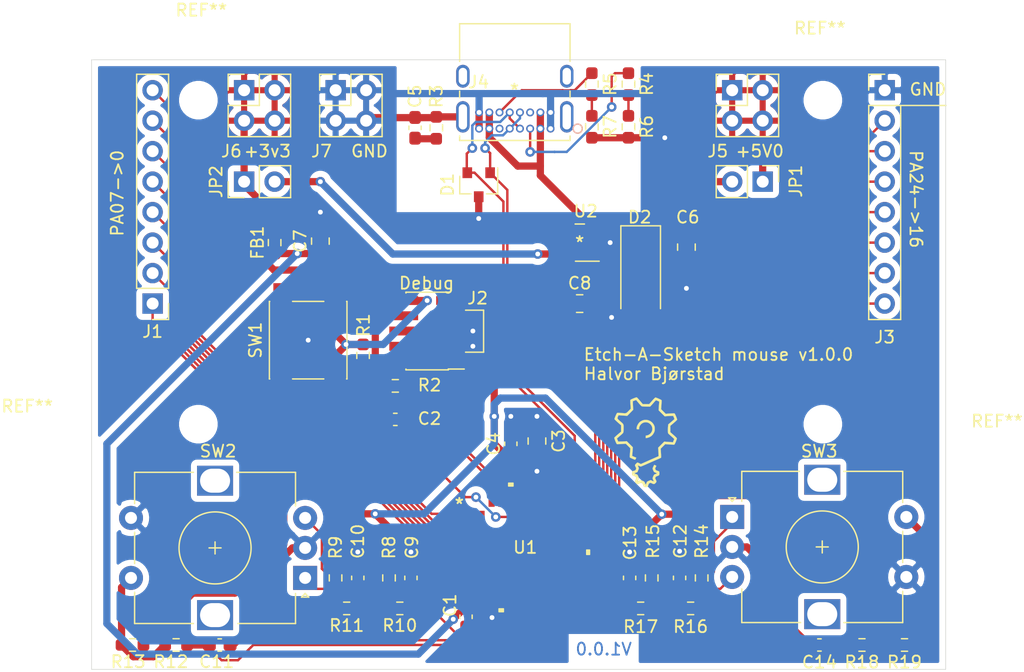
<source format=kicad_pcb>
(kicad_pcb (version 20171130) (host pcbnew 5.1.12-84ad8e8a86~92~ubuntu21.04.1)
  (layers (0 F.Cu signal) (31 B.Cu signal) (34 B.Paste user) (35 F.Paste user) (36 B.SilkS user) (37 F.SilkS user) (38 B.Mask user) (39 F.Mask user) (44 Edge.Cuts user))
  (net 0 "")
  (net 1 GND)
  (net 2 +3.3VA)
  (net 3 "Net-(C2-Pad2)")
  (net 4 +3V3)
  (net 5 "Net-(C3-Pad1)")
  (net 6 "Net-(C5-Pad1)")
  (net 7 "/Power supply/V_USB")
  (net 8 "Net-(C8-Pad1)")
  (net 9 /UI.sch/RC_Left_B)
  (net 10 /UI.sch/RC_Left_A)
  (net 11 /UI.sch/SW_Left)
  (net 12 /UI.sch/RC_Right_B)
  (net 13 /UI.sch/RC_Right_A)
  (net 14 /UI.sch/SW_Right)
  (net 15 "/USB port/USB_D+")
  (net 16 "/USB port/USB_D-")
  (net 17 "Net-(J1-Pad8)")
  (net 18 "Net-(J1-Pad7)")
  (net 19 "Net-(J1-Pad6)")
  (net 20 "Net-(J1-Pad5)")
  (net 21 "Net-(J1-Pad4)")
  (net 22 "Net-(J1-Pad3)")
  (net 23 "Net-(J1-Pad2)")
  (net 24 "Net-(J1-Pad1)")
  (net 25 "Net-(J2-Pad10)")
  (net 26 "Net-(J2-Pad9)")
  (net 27 "Net-(J2-Pad8)")
  (net 28 "Net-(J2-Pad7)")
  (net 29 "Net-(J2-Pad6)")
  (net 30 "Net-(J2-Pad4)")
  (net 31 "Net-(J2-Pad2)")
  (net 32 "Net-(J3-Pad8)")
  (net 33 "Net-(J3-Pad7)")
  (net 34 "Net-(J3-Pad6)")
  (net 35 "Net-(J3-Pad5)")
  (net 36 "Net-(J3-Pad4)")
  (net 37 "Net-(J3-Pad3)")
  (net 38 "Net-(J3-Pad2)")
  (net 39 "Net-(J4-Pad14)")
  (net 40 "Net-(J4-Pad11)")
  (net 41 "Net-(J4-Pad6)")
  (net 42 "Net-(J4-Pad3)")
  (net 43 +5V)
  (net 44 "Net-(R4-Pad1)")
  (net 45 "Net-(R5-Pad1)")
  (net 46 "Net-(R10-Pad2)")
  (net 47 "Net-(R11-Pad2)")
  (net 48 "Net-(R12-Pad1)")
  (net 49 "Net-(R14-Pad1)")
  (net 50 "Net-(R15-Pad1)")
  (net 51 "Net-(R18-Pad1)")
  (net 52 "Net-(U2-Pad4)")
  (net 53 "Net-(J4-Pad17)")
  (net 54 "Net-(J4-Pad20)")
  (net 55 "Net-(J4-Pad19)")
  (net 56 "Net-(U1-Pad27)")
  (module MountingHole:MountingHole_2.2mm_M2 (layer F.Cu) (at 147.25 149.75)
    (fp_text reference REF** (at 14.5 -0.25) (layer F.SilkS))
    (fp_text value MountingHole_2.2mm_M2)
    (pad 1 np_thru_hole circle (at 0 0) (size 2.2 2.2) (drill 2.2) (layers *.Cu *.Mask))
  )
  (module MountingHole:MountingHole_2.2mm_M2 (layer F.Cu) (at 95.25 149.75)
    (fp_text reference REF** (at -14.25 -1.5) (layer F.SilkS))
    (fp_text value MountingHole_2.2mm_M2)
    (pad 1 np_thru_hole circle (at 0 0) (size 2.2 2.2) (drill 2.2) (layers *.Cu *.Mask))
  )
  (module MountingHole:MountingHole_2.2mm_M2 (layer F.Cu) (at 95.25 122.75)
    (fp_text reference REF** (at 0.25 -7.5) (layer F.SilkS))
    (fp_text value MountingHole_2.2mm_M2)
    (pad 1 np_thru_hole circle (at 0 0) (size 2.2 2.2) (drill 2.2) (layers *.Cu *.Mask))
  )
  (module MountingHole:MountingHole_2.2mm_M2 (layer F.Cu) (at 147.25 122.75)
    (fp_text reference REF** (at -0.25 -6) (layer F.SilkS))
    (fp_text value MountingHole_2.2mm_M2)
    (pad 1 np_thru_hole circle (at 0 0) (size 2.2 2.2) (drill 2.2) (layers *.Cu *.Mask))
  )
  (module footprints:icon (layer F.Cu) (at 132.5 151.25)
    (fp_text reference G*** hide)
    (fp_text value LOGO hide)
  )
  (module Connector_PinHeader_1.27mm:PinHeader_2x05_P1.27mm_Vertical_SMD (layer F.Cu) (at 114.3 141.986 180)
    (fp_text reference J2 (at -4.2 2.736) (layer F.SilkS))
    (fp_text value Conn_ARM_JTAG_SWD_10)
    (pad 10 smd rect (at 1.95 2.54 180) (size 2.4 0.74) (layers F.Cu F.Paste F.Mask) (net 25 "Net-(J2-Pad10)"))
    (pad 9 smd rect (at -1.95 2.54 180) (size 2.4 0.74) (layers F.Cu F.Paste F.Mask) (net 26 "Net-(J2-Pad9)"))
    (pad 8 smd rect (at 1.95 1.27 180) (size 2.4 0.74) (layers F.Cu F.Paste F.Mask) (net 27 "Net-(J2-Pad8)"))
    (pad 7 smd rect (at -1.95 1.27 180) (size 2.4 0.74) (layers F.Cu F.Paste F.Mask) (net 28 "Net-(J2-Pad7)"))
    (pad 6 smd rect (at 1.95 0 180) (size 2.4 0.74) (layers F.Cu F.Paste F.Mask) (net 29 "Net-(J2-Pad6)"))
    (pad 5 smd rect (at -1.95 0 180) (size 2.4 0.74) (layers F.Cu F.Paste F.Mask) (net 1 GND))
    (pad 4 smd rect (at 1.95 -1.27 180) (size 2.4 0.74) (layers F.Cu F.Paste F.Mask) (net 30 "Net-(J2-Pad4)"))
    (pad 3 smd rect (at -1.95 -1.27 180) (size 2.4 0.74) (layers F.Cu F.Paste F.Mask) (net 1 GND))
    (pad 2 smd rect (at 1.95 -2.54 180) (size 2.4 0.74) (layers F.Cu F.Paste F.Mask) (net 31 "Net-(J2-Pad2)"))
    (pad 1 smd rect (at -1.95 -2.54 180) (size 2.4 0.74) (layers F.Cu F.Paste F.Mask) (net 4 +3V3))
  )
  (module USB_C_Receptacle:USB4085-GF-A (layer F.Cu) (at 121.566956 121.92 180)
    (fp_text reference J4 (at 2.975 0.675) (layer F.SilkS))
    (fp_text value USB4085-GF-A)
    (fp_text user * (at 0 0) (layer F.SilkS))
    (pad 18 thru_hole oval (at 4.289985 -2.22 270) (size 2.6162 1.1176) (drill oval 2.1 0.7) (layers *.Cu *.Mask) (net 1 GND))
    (pad 17 thru_hole oval (at -4.36 -2.219999 270) (size 2.6162 1.1176) (drill oval 2.1 0.7) (layers *.Cu *.Mask) (net 53 "Net-(J4-Pad17)"))
    (pad 20 thru_hole oval (at 4.289985 1.165 270) (size 1.905 1.1176) (drill oval 1.4 0.7) (layers *.Cu *.Mask) (net 54 "Net-(J4-Pad20)"))
    (pad 19 thru_hole oval (at -4.359985 1.165 270) (size 1.905 1.1176) (drill oval 1.4 0.7) (layers *.Cu *.Mask) (net 55 "Net-(J4-Pad19)"))
    (pad 16 thru_hole circle (at 2.940001 -1.85 180) (size 0.6604 0.6604) (drill 0.4064) (layers *.Cu *.Mask) (net 1 GND))
    (pad 15 thru_hole circle (at 2.09 -1.85 180) (size 0.6604 0.6604) (drill 0.4064) (layers *.Cu *.Mask) (net 7 "/Power supply/V_USB"))
    (pad 14 thru_hole circle (at 1.240002 -1.85 180) (size 0.6604 0.6604) (drill 0.4064) (layers *.Cu *.Mask) (net 39 "Net-(J4-Pad14)"))
    (pad 13 thru_hole circle (at 0.390001 -1.85 180) (size 0.6604 0.6604) (drill 0.4064) (layers *.Cu *.Mask) (net 15 "/USB port/USB_D+"))
    (pad 12 thru_hole circle (at -0.46 -1.85 180) (size 0.6604 0.6604) (drill 0.4064) (layers *.Cu *.Mask) (net 16 "/USB port/USB_D-"))
    (pad 11 thru_hole circle (at -1.310001 -1.85 180) (size 0.6604 0.6604) (drill 0.4064) (layers *.Cu *.Mask) (net 40 "Net-(J4-Pad11)"))
    (pad 10 thru_hole circle (at -2.159999 -1.85 180) (size 0.6604 0.6604) (drill 0.4064) (layers *.Cu *.Mask) (net 7 "/Power supply/V_USB"))
    (pad 9 thru_hole circle (at -3.01 -1.85 180) (size 0.6604 0.6604) (drill 0.4064) (layers *.Cu *.Mask) (net 1 GND))
    (pad 8 thru_hole circle (at 2.940001 -3.2 180) (size 0.6604 0.6604) (drill 0.4064) (layers *.Cu *.Mask) (net 1 GND))
    (pad 7 thru_hole circle (at 2.09 -3.2 180) (size 0.6604 0.6604) (drill 0.4064) (layers *.Cu *.Mask) (net 7 "/Power supply/V_USB"))
    (pad 6 thru_hole circle (at 1.240002 -3.2 180) (size 0.6604 0.6604) (drill 0.4064) (layers *.Cu *.Mask) (net 41 "Net-(J4-Pad6)"))
    (pad 5 thru_hole circle (at 0.390001 -3.2 180) (size 0.6604 0.6604) (drill 0.4064) (layers *.Cu *.Mask) (net 16 "/USB port/USB_D-"))
    (pad 4 thru_hole circle (at -0.46 -3.2 180) (size 0.6604 0.6604) (drill 0.4064) (layers *.Cu *.Mask) (net 15 "/USB port/USB_D+"))
    (pad 3 thru_hole circle (at -1.310001 -3.2 180) (size 0.6604 0.6604) (drill 0.4064) (layers *.Cu *.Mask) (net 42 "Net-(J4-Pad3)"))
    (pad 2 thru_hole circle (at -2.159999 -3.2 180) (size 0.6604 0.6604) (drill 0.4064) (layers *.Cu *.Mask) (net 7 "/Power supply/V_USB"))
    (pad 1 thru_hole circle (at -3.01 -3.2 180) (size 0.6604 0.6604) (drill 0.4064) (layers *.Cu *.Mask) (net 1 GND))
  )
  (module Rotary_Encoder:RotaryEncoder_Alps_EC12E-Switch_Vertical_H20mm (layer F.Cu) (at 139.7 157.48)
    (fp_text reference SW3 (at 7.25 -5.48) (layer F.SilkS))
    (fp_text value Rotary_Encoder_Switch)
    (pad S2 thru_hole circle (at 14.5 5) (size 2 2) (drill 1) (layers *.Cu *.Mask) (net 1 GND))
    (pad S1 thru_hole circle (at 14.5 0) (size 2 2) (drill 1) (layers *.Cu *.Mask) (net 51 "Net-(R18-Pad1)"))
    (pad MP thru_hole rect (at 7.5 8.1) (size 3 2.5) (drill oval 2.5 2) (layers *.Cu *.Mask))
    (pad MP thru_hole rect (at 7.5 -3.1) (size 3 2.5) (drill oval 2.5 2) (layers *.Cu *.Mask))
    (pad B thru_hole circle (at 0 5) (size 2 2) (drill 1) (layers *.Cu *.Mask) (net 49 "Net-(R14-Pad1)"))
    (pad C thru_hole circle (at 0 2.5) (size 2 2) (drill 1) (layers *.Cu *.Mask) (net 1 GND))
    (pad A thru_hole rect (at 0 0) (size 2 2) (drill 1) (layers *.Cu *.Mask) (net 50 "Net-(R15-Pad1)"))
  )
  (module Resistor_SMD:R_0603_1608Metric_Pad0.98x0.95mm_HandSolder (layer F.Cu) (at 133 162.56 90)
    (fp_text reference R15 (at 3.048 0.096 90) (layer F.SilkS))
    (fp_text value 10k)
    (pad 2 smd roundrect (at 0.9125 0 90) (size 0.975 0.95) (layers F.Cu F.Paste F.Mask) (net 4 +3V3))
    (pad 1 smd roundrect (at -0.9125 0 90) (size 0.975 0.95) (layers F.Cu F.Paste F.Mask) (net 50 "Net-(R15-Pad1)"))
  )
  (module Resistor_SMD:R_0603_1608Metric_Pad0.98x0.95mm_HandSolder (layer F.Cu) (at 137.16 162.56 90)
    (fp_text reference R14 (at 3.048 0 90) (layer F.SilkS))
    (fp_text value 10k)
    (pad 2 smd roundrect (at 0.9125 0 90) (size 0.975 0.95) (layers F.Cu F.Paste F.Mask) (net 4 +3V3))
    (pad 1 smd roundrect (at -0.9125 0 90) (size 0.975 0.95) (layers F.Cu F.Paste F.Mask) (net 49 "Net-(R14-Pad1)"))
  )
  (module Switching_reg:LP3990MF-3.3&slash_NOPB (layer F.Cu) (at 127 134.62 180)
    (fp_text reference U2 (at -0.5 2.62) (layer F.SilkS))
    (fp_text value LP3990MF-3.3_NOPB)
    (fp_text user * (at 0 0) (layer F.SilkS))
    (pad 5 smd rect (at 1.374999 -0.950001 270) (size 0.599999 1.000001) (layers F.Cu F.Paste F.Mask) (net 8 "Net-(C8-Pad1)"))
    (pad 4 smd rect (at 1.374999 0.949998 270) (size 0.599999 1.000001) (layers F.Cu F.Paste F.Mask) (net 52 "Net-(U2-Pad4)"))
    (pad 3 smd rect (at -1.375001 0.949998 270) (size 0.599999 1.000001) (layers F.Cu F.Paste F.Mask) (net 7 "/Power supply/V_USB"))
    (pad 2 smd rect (at -1.375001 0 270) (size 0.599999 1.000001) (layers F.Cu F.Paste F.Mask) (net 1 GND))
    (pad 1 smd rect (at -1.375001 -0.950001 270) (size 0.599999 1.000001) (layers F.Cu F.Paste F.Mask) (net 7 "/Power supply/V_USB"))
  )
  (module Connector_PinHeader_2.54mm:PinHeader_1x02_P2.54mm_Vertical (layer F.Cu) (at 99.06 129.54 90)
    (fp_text reference JP2 (at 0 -2.33 90) (layer F.SilkS))
    (fp_text value Jumper)
    (pad 2 thru_hole oval (at 0 2.54 90) (size 1.7 1.7) (drill 1) (layers *.Cu *.Mask) (net 8 "Net-(C8-Pad1)"))
    (pad 1 thru_hole rect (at 0 0 90) (size 1.7 1.7) (drill 1) (layers *.Cu *.Mask) (net 4 +3V3))
  )
  (module Connector_PinHeader_2.54mm:PinHeader_1x02_P2.54mm_Vertical (layer F.Cu) (at 142.24 129.54 270)
    (fp_text reference JP1 (at -0.04 -2.76 270) (layer F.SilkS))
    (fp_text value Jumper)
    (pad 2 thru_hole oval (at 0 2.54 270) (size 1.7 1.7) (drill 1) (layers *.Cu *.Mask) (net 7 "/Power supply/V_USB"))
    (pad 1 thru_hole rect (at 0 0 270) (size 1.7 1.7) (drill 1) (layers *.Cu *.Mask) (net 43 +5V))
  )
  (module ATSAMD:ATSAMD21E18A-AF (layer F.Cu) (at 122.46845 160.02)
    (fp_text reference U1 (at 0 0) (layer F.SilkS))
    (fp_text value ATSAMD21E18A-AF)
    (fp_text user * (at -5.4906 -3.581) (layer F.SilkS))
    (fp_text user * (at -5.4906 -3.581) (layer F.SilkS))
    (pad 32 smd rect (at -2.799999 -4.118999) (size 0.508 1.4732) (layers F.Cu F.Paste F.Mask) (net 31 "Net-(J2-Pad2)"))
    (pad 31 smd rect (at -1.999999 -4.118999) (size 0.508 1.4732) (layers F.Cu F.Paste F.Mask) (net 30 "Net-(J2-Pad4)"))
    (pad 30 smd rect (at -1.2 -4.118999) (size 0.508 1.4732) (layers F.Cu F.Paste F.Mask) (net 4 +3V3))
    (pad 29 smd rect (at -0.399999 -4.118999) (size 0.508 1.4732) (layers F.Cu F.Paste F.Mask) (net 5 "Net-(C3-Pad1)"))
    (pad 28 smd rect (at 0.399999 -4.118999) (size 0.508 1.4732) (layers F.Cu F.Paste F.Mask) (net 1 GND))
    (pad 27 smd rect (at 1.2 -4.118999) (size 0.508 1.4732) (layers F.Cu F.Paste F.Mask) (net 56 "Net-(U1-Pad27)"))
    (pad 26 smd rect (at 2.000001 -4.118999) (size 0.508 1.4732) (layers F.Cu F.Paste F.Mask) (net 3 "Net-(C2-Pad2)"))
    (pad 25 smd rect (at 2.799999 -4.118999) (size 0.508 1.4732) (layers F.Cu F.Paste F.Mask) (net 15 "/USB port/USB_D+"))
    (pad 24 smd rect (at 4.118999 -2.799999 90) (size 0.508 1.4732) (layers F.Cu F.Paste F.Mask) (net 16 "/USB port/USB_D-"))
    (pad 23 smd rect (at 4.118999 -1.999999 90) (size 0.508 1.4732) (layers F.Cu F.Paste F.Mask) (net 38 "Net-(J3-Pad2)"))
    (pad 22 smd rect (at 4.118999 -1.2 90) (size 0.508 1.4732) (layers F.Cu F.Paste F.Mask) (net 37 "Net-(J3-Pad3)"))
    (pad 21 smd rect (at 4.118999 -0.399999 90) (size 0.508 1.4732) (layers F.Cu F.Paste F.Mask) (net 36 "Net-(J3-Pad4)"))
    (pad 20 smd rect (at 4.118999 0.399999 90) (size 0.508 1.4732) (layers F.Cu F.Paste F.Mask) (net 35 "Net-(J3-Pad5)"))
    (pad 19 smd rect (at 4.118999 1.2 90) (size 0.508 1.4732) (layers F.Cu F.Paste F.Mask) (net 34 "Net-(J3-Pad6)"))
    (pad 18 smd rect (at 4.118999 2.000001 90) (size 0.508 1.4732) (layers F.Cu F.Paste F.Mask) (net 33 "Net-(J3-Pad7)"))
    (pad 17 smd rect (at 4.118999 2.799999 90) (size 0.508 1.4732) (layers F.Cu F.Paste F.Mask) (net 32 "Net-(J3-Pad8)"))
    (pad 16 smd rect (at 2.799999 4.118999) (size 0.508 1.4732) (layers F.Cu F.Paste F.Mask) (net 13 /UI.sch/RC_Right_A))
    (pad 15 smd rect (at 1.999999 4.118999) (size 0.508 1.4732) (layers F.Cu F.Paste F.Mask) (net 12 /UI.sch/RC_Right_B))
    (pad 14 smd rect (at 1.2 4.118999) (size 0.508 1.4732) (layers F.Cu F.Paste F.Mask) (net 14 /UI.sch/SW_Right))
    (pad 13 smd rect (at 0.399999 4.118999) (size 0.508 1.4732) (layers F.Cu F.Paste F.Mask) (net 11 /UI.sch/SW_Left))
    (pad 12 smd rect (at -0.399999 4.118999) (size 0.508 1.4732) (layers F.Cu F.Paste F.Mask) (net 10 /UI.sch/RC_Left_A))
    (pad 11 smd rect (at -1.2 4.118999) (size 0.508 1.4732) (layers F.Cu F.Paste F.Mask) (net 9 /UI.sch/RC_Left_B))
    (pad 10 smd rect (at -2.000001 4.118999) (size 0.508 1.4732) (layers F.Cu F.Paste F.Mask) (net 1 GND))
    (pad 9 smd rect (at -2.799999 4.118999) (size 0.508 1.4732) (layers F.Cu F.Paste F.Mask) (net 2 +3.3VA))
    (pad 8 smd rect (at -4.118999 2.799999 90) (size 0.508 1.4732) (layers F.Cu F.Paste F.Mask) (net 24 "Net-(J1-Pad1)"))
    (pad 7 smd rect (at -4.118999 1.999999 90) (size 0.508 1.4732) (layers F.Cu F.Paste F.Mask) (net 23 "Net-(J1-Pad2)"))
    (pad 6 smd rect (at -4.118999 1.2 90) (size 0.508 1.4732) (layers F.Cu F.Paste F.Mask) (net 22 "Net-(J1-Pad3)"))
    (pad 5 smd rect (at -4.118999 0.399999 90) (size 0.508 1.4732) (layers F.Cu F.Paste F.Mask) (net 21 "Net-(J1-Pad4)"))
    (pad 4 smd rect (at -4.118999 -0.399999 90) (size 0.508 1.4732) (layers F.Cu F.Paste F.Mask) (net 20 "Net-(J1-Pad5)"))
    (pad 3 smd rect (at -4.118999 -1.2 90) (size 0.508 1.4732) (layers F.Cu F.Paste F.Mask) (net 19 "Net-(J1-Pad6)"))
    (pad 2 smd rect (at -4.118999 -2.000001 90) (size 0.508 1.4732) (layers F.Cu F.Paste F.Mask) (net 18 "Net-(J1-Pad7)"))
    (pad 1 smd rect (at -4.118999 -2.799999 90) (size 0.508 1.4732) (layers F.Cu F.Paste F.Mask) (net 17 "Net-(J1-Pad8)"))
  )
  (module Rotary_Encoder:RotaryEncoder_Alps_EC12E-Switch_Vertical_H20mm (layer F.Cu) (at 104.14 162.56 180)
    (fp_text reference SW2 (at 7.25 10.56) (layer F.SilkS))
    (fp_text value Rotary_Encoder_Switch)
    (pad S2 thru_hole circle (at 14.5 5 180) (size 2 2) (drill 1) (layers *.Cu *.Mask) (net 1 GND))
    (pad S1 thru_hole circle (at 14.5 0 180) (size 2 2) (drill 1) (layers *.Cu *.Mask) (net 48 "Net-(R12-Pad1)"))
    (pad MP thru_hole rect (at 7.5 8.1 180) (size 3 2.5) (drill oval 2.5 2) (layers *.Cu *.Mask))
    (pad MP thru_hole rect (at 7.5 -3.1 180) (size 3 2.5) (drill oval 2.5 2) (layers *.Cu *.Mask))
    (pad B thru_hole circle (at 0 5 180) (size 2 2) (drill 1) (layers *.Cu *.Mask) (net 46 "Net-(R10-Pad2)"))
    (pad C thru_hole circle (at 0 2.5 180) (size 2 2) (drill 1) (layers *.Cu *.Mask) (net 1 GND))
    (pad A thru_hole rect (at 0 0 180) (size 2 2) (drill 1) (layers *.Cu *.Mask) (net 47 "Net-(R11-Pad2)"))
  )
  (module Button_Switch_SMD:SW_Push_1P1T_NO_6x6mm_H9.5mm (layer F.Cu) (at 104.394 142.748 270)
    (fp_text reference SW1 (at 0.000001 4.394 90) (layer F.SilkS))
    (fp_text value SW_Push)
    (pad 2 smd rect (at 3.975 2.25 270) (size 1.55 1.3) (layers F.Cu F.Paste F.Mask) (net 1 GND))
    (pad 1 smd rect (at 3.975 -2.25 270) (size 1.55 1.3) (layers F.Cu F.Paste F.Mask) (net 25 "Net-(J2-Pad10)"))
    (pad 1 smd rect (at -3.975 -2.25 270) (size 1.55 1.3) (layers F.Cu F.Paste F.Mask) (net 25 "Net-(J2-Pad10)"))
    (pad 2 smd rect (at -3.975 2.25 270) (size 1.55 1.3) (layers F.Cu F.Paste F.Mask) (net 1 GND))
  )
  (module Resistor_SMD:R_0603_1608Metric_Pad0.98x0.95mm_HandSolder (layer F.Cu) (at 154.05 168.148)
    (fp_text reference R19 (at 0 1.43) (layer F.SilkS))
    (fp_text value 10k)
    (pad 2 smd roundrect (at 0.9125 0) (size 0.975 0.95) (layers F.Cu F.Paste F.Mask) (net 51 "Net-(R18-Pad1)"))
    (pad 1 smd roundrect (at -0.9125 0) (size 0.975 0.95) (layers F.Cu F.Paste F.Mask) (net 4 +3V3))
  )
  (module Resistor_SMD:R_0603_1608Metric_Pad0.98x0.95mm_HandSolder (layer F.Cu) (at 150.50775 168.148 180)
    (fp_text reference R18 (at 0 -1.43) (layer F.SilkS))
    (fp_text value 10k)
    (pad 2 smd roundrect (at 0.9125 0 180) (size 0.975 0.95) (layers F.Cu F.Paste F.Mask) (net 14 /UI.sch/SW_Right))
    (pad 1 smd roundrect (at -0.9125 0 180) (size 0.975 0.95) (layers F.Cu F.Paste F.Mask) (net 51 "Net-(R18-Pad1)"))
  )
  (module Resistor_SMD:R_0603_1608Metric_Pad0.98x0.95mm_HandSolder (layer F.Cu) (at 132.08 165.1)
    (fp_text reference R17 (at 0 1.524) (layer F.SilkS))
    (fp_text value 10k)
    (pad 2 smd roundrect (at 0.9125 0) (size 0.975 0.95) (layers F.Cu F.Paste F.Mask) (net 50 "Net-(R15-Pad1)"))
    (pad 1 smd roundrect (at -0.9125 0) (size 0.975 0.95) (layers F.Cu F.Paste F.Mask) (net 13 /UI.sch/RC_Right_A))
  )
  (module Resistor_SMD:R_0603_1608Metric_Pad0.98x0.95mm_HandSolder (layer F.Cu) (at 136.24 165.1)
    (fp_text reference R16 (at 0 1.524) (layer F.SilkS))
    (fp_text value 10k)
    (pad 2 smd roundrect (at 0.9125 0) (size 0.975 0.95) (layers F.Cu F.Paste F.Mask) (net 49 "Net-(R14-Pad1)"))
    (pad 1 smd roundrect (at -0.9125 0) (size 0.975 0.95) (layers F.Cu F.Paste F.Mask) (net 12 /UI.sch/RC_Right_B))
  )
  (module Resistor_SMD:R_0603_1608Metric_Pad0.98x0.95mm_HandSolder (layer F.Cu) (at 89.7655 168.148 180)
    (fp_text reference R13 (at 0.3575 -1.397 180) (layer F.SilkS))
    (fp_text value 10k)
    (pad 2 smd roundrect (at 0.9125 0 180) (size 0.975 0.95) (layers F.Cu F.Paste F.Mask) (net 48 "Net-(R12-Pad1)"))
    (pad 1 smd roundrect (at -0.9125 0 180) (size 0.975 0.95) (layers F.Cu F.Paste F.Mask) (net 4 +3V3))
  )
  (module Resistor_SMD:R_0603_1608Metric_Pad0.98x0.95mm_HandSolder (layer F.Cu) (at 93.39675 168.148)
    (fp_text reference R12 (at -0.43275 1.397) (layer F.SilkS))
    (fp_text value 10k)
    (pad 2 smd roundrect (at 0.9125 0) (size 0.975 0.95) (layers F.Cu F.Paste F.Mask) (net 11 /UI.sch/SW_Left))
    (pad 1 smd roundrect (at -0.9125 0) (size 0.975 0.95) (layers F.Cu F.Paste F.Mask) (net 48 "Net-(R12-Pad1)"))
  )
  (module Resistor_SMD:R_0603_1608Metric_Pad0.98x0.95mm_HandSolder (layer F.Cu) (at 107.6 165.1 180)
    (fp_text reference R11 (at 0 -1.43) (layer F.SilkS))
    (fp_text value 10k)
    (pad 2 smd roundrect (at 0.9125 0 180) (size 0.975 0.95) (layers F.Cu F.Paste F.Mask) (net 47 "Net-(R11-Pad2)"))
    (pad 1 smd roundrect (at -0.9125 0 180) (size 0.975 0.95) (layers F.Cu F.Paste F.Mask) (net 10 /UI.sch/RC_Left_A))
  )
  (module Resistor_SMD:R_0603_1608Metric_Pad0.98x0.95mm_HandSolder (layer F.Cu) (at 112.025 165.1 180)
    (fp_text reference R10 (at 0 -1.43) (layer F.SilkS))
    (fp_text value 10k)
    (pad 2 smd roundrect (at 0.9125 0 180) (size 0.975 0.95) (layers F.Cu F.Paste F.Mask) (net 46 "Net-(R10-Pad2)"))
    (pad 1 smd roundrect (at -0.9125 0 180) (size 0.975 0.95) (layers F.Cu F.Paste F.Mask) (net 9 /UI.sch/RC_Left_B))
  )
  (module Resistor_SMD:R_0603_1608Metric_Pad0.98x0.95mm_HandSolder (layer F.Cu) (at 106.675 162.56 90)
    (fp_text reference R9 (at 2.54 0 270) (layer F.SilkS))
    (fp_text value 10k)
    (pad 2 smd roundrect (at 0.9125 0 90) (size 0.975 0.95) (layers F.Cu F.Paste F.Mask) (net 4 +3V3))
    (pad 1 smd roundrect (at -0.9125 0 90) (size 0.975 0.95) (layers F.Cu F.Paste F.Mask) (net 47 "Net-(R11-Pad2)"))
  )
  (module Resistor_SMD:R_0603_1608Metric_Pad0.98x0.95mm_HandSolder (layer F.Cu) (at 111.125 162.56 90)
    (fp_text reference R8 (at 2.54 0 270) (layer F.SilkS))
    (fp_text value 10k)
    (pad 2 smd roundrect (at 0.9125 0 90) (size 0.975 0.95) (layers F.Cu F.Paste F.Mask) (net 4 +3V3))
    (pad 1 smd roundrect (at -0.9125 0 90) (size 0.975 0.95) (layers F.Cu F.Paste F.Mask) (net 46 "Net-(R10-Pad2)"))
  )
  (module Resistor_SMD:R_0603_1608Metric_Pad0.98x0.95mm_HandSolder (layer F.Cu) (at 128.016 124.968 90)
    (fp_text reference R7 (at 0 1.524 90) (layer F.SilkS))
    (fp_text value 100)
    (pad 2 smd roundrect (at 0.9125 0 90) (size 0.975 0.95) (layers F.Cu F.Paste F.Mask) (net 45 "Net-(R5-Pad1)"))
    (pad 1 smd roundrect (at -0.9125 0 90) (size 0.975 0.95) (layers F.Cu F.Paste F.Mask) (net 1 GND))
  )
  (module Resistor_SMD:R_0603_1608Metric_Pad0.98x0.95mm_HandSolder (layer F.Cu) (at 131.064 124.968 90)
    (fp_text reference R6 (at 0 1.524 90) (layer F.SilkS))
    (fp_text value 100)
    (pad 2 smd roundrect (at 0.9125 0 90) (size 0.975 0.95) (layers F.Cu F.Paste F.Mask) (net 44 "Net-(R4-Pad1)"))
    (pad 1 smd roundrect (at -0.9125 0 90) (size 0.975 0.95) (layers F.Cu F.Paste F.Mask) (net 1 GND))
  )
  (module Resistor_SMD:R_0603_1608Metric_Pad0.98x0.95mm_HandSolder (layer F.Cu) (at 128.016 121.412 90)
    (fp_text reference R5 (at 0 1.524 90) (layer F.SilkS))
    (fp_text value 5k)
    (pad 2 smd roundrect (at 0.9125 0 90) (size 0.975 0.95) (layers F.Cu F.Paste F.Mask) (net 39 "Net-(J4-Pad14)"))
    (pad 1 smd roundrect (at -0.9125 0 90) (size 0.975 0.95) (layers F.Cu F.Paste F.Mask) (net 45 "Net-(R5-Pad1)"))
  )
  (module Resistor_SMD:R_0603_1608Metric_Pad0.98x0.95mm_HandSolder (layer F.Cu) (at 131.064 121.412 90)
    (fp_text reference R4 (at 0 1.524 90) (layer F.SilkS))
    (fp_text value 5k)
    (pad 2 smd roundrect (at 0.9125 0 90) (size 0.975 0.95) (layers F.Cu F.Paste F.Mask) (net 42 "Net-(J4-Pad3)"))
    (pad 1 smd roundrect (at -0.9125 0 90) (size 0.975 0.95) (layers F.Cu F.Paste F.Mask) (net 44 "Net-(R4-Pad1)"))
  )
  (module Resistor_SMD:R_0603_1608Metric_Pad0.98x0.95mm_HandSolder (layer F.Cu) (at 115.062 125.0525 270)
    (fp_text reference R3 (at -2.6245 0 90) (layer F.SilkS))
    (fp_text value 1M)
    (pad 2 smd roundrect (at 0.9125 0 270) (size 0.975 0.95) (layers F.Cu F.Paste F.Mask) (net 6 "Net-(C5-Pad1)"))
    (pad 1 smd roundrect (at -0.9125 0 270) (size 0.975 0.95) (layers F.Cu F.Paste F.Mask) (net 1 GND))
  )
  (module Resistor_SMD:R_0603_1608Metric_Pad0.98x0.95mm_HandSolder (layer F.Cu) (at 111.65 146.558)
    (fp_text reference R2 (at 2.85 -0.058) (layer F.SilkS))
    (fp_text value 2.2k)
    (pad 2 smd roundrect (at 0.9125 0) (size 0.975 0.95) (layers F.Cu F.Paste F.Mask) (net 3 "Net-(C2-Pad2)"))
    (pad 1 smd roundrect (at -0.9125 0) (size 0.975 0.95) (layers F.Cu F.Paste F.Mask) (net 4 +3V3))
  )
  (module Resistor_SMD:R_0603_1608Metric_Pad0.98x0.95mm_HandSolder (layer F.Cu) (at 108.966 144.018 90)
    (fp_text reference R1 (at 2.518 0.034 90) (layer F.SilkS))
    (fp_text value 330)
    (pad 2 smd roundrect (at 0.9125 0 90) (size 0.975 0.95) (layers F.Cu F.Paste F.Mask) (net 25 "Net-(J2-Pad10)"))
    (pad 1 smd roundrect (at -0.9125 0 90) (size 0.975 0.95) (layers F.Cu F.Paste F.Mask) (net 3 "Net-(C2-Pad2)"))
  )
  (module Connector_PinHeader_2.54mm:PinHeader_2x02_P2.54mm_Vertical (layer F.Cu) (at 106.68 121.92)
    (fp_text reference J7 (at -1.18 5.08) (layer F.SilkS))
    (fp_text value Conn_02x02_Odd_Even)
    (pad 4 thru_hole oval (at 2.54 2.54) (size 1.7 1.7) (drill 1) (layers *.Cu *.Mask) (net 1 GND))
    (pad 3 thru_hole oval (at 0 2.54) (size 1.7 1.7) (drill 1) (layers *.Cu *.Mask) (net 1 GND))
    (pad 2 thru_hole oval (at 2.54 0) (size 1.7 1.7) (drill 1) (layers *.Cu *.Mask) (net 1 GND))
    (pad 1 thru_hole rect (at 0 0) (size 1.7 1.7) (drill 1) (layers *.Cu *.Mask) (net 1 GND))
  )
  (module Connector_PinHeader_2.54mm:PinHeader_2x02_P2.54mm_Vertical (layer F.Cu) (at 99.06 121.92)
    (fp_text reference J6 (at -1.06 5.08) (layer F.SilkS))
    (fp_text value Conn_02x02_Odd_Even)
    (pad 4 thru_hole oval (at 2.54 2.54) (size 1.7 1.7) (drill 1) (layers *.Cu *.Mask) (net 4 +3V3))
    (pad 3 thru_hole oval (at 0 2.54) (size 1.7 1.7) (drill 1) (layers *.Cu *.Mask) (net 4 +3V3))
    (pad 2 thru_hole oval (at 2.54 0) (size 1.7 1.7) (drill 1) (layers *.Cu *.Mask) (net 4 +3V3))
    (pad 1 thru_hole rect (at 0 0) (size 1.7 1.7) (drill 1) (layers *.Cu *.Mask) (net 4 +3V3))
  )
  (module Connector_PinHeader_2.54mm:PinHeader_2x02_P2.54mm_Vertical (layer F.Cu) (at 139.7 121.92)
    (fp_text reference J5 (at -1.2 5.08 180) (layer F.SilkS))
    (fp_text value Conn_02x02_Odd_Even)
    (pad 4 thru_hole oval (at 2.54 2.54) (size 1.7 1.7) (drill 1) (layers *.Cu *.Mask) (net 43 +5V))
    (pad 3 thru_hole oval (at 0 2.54) (size 1.7 1.7) (drill 1) (layers *.Cu *.Mask) (net 43 +5V))
    (pad 2 thru_hole oval (at 2.54 0) (size 1.7 1.7) (drill 1) (layers *.Cu *.Mask) (net 43 +5V))
    (pad 1 thru_hole rect (at 0 0) (size 1.7 1.7) (drill 1) (layers *.Cu *.Mask) (net 43 +5V))
  )
  (module Connector_PinHeader_2.54mm:PinHeader_1x08_P2.54mm_Vertical (layer F.Cu) (at 152.4 121.92)
    (fp_text reference J3 (at 0 20.58) (layer F.SilkS))
    (fp_text value Conn_01x08)
    (pad 8 thru_hole oval (at 0 17.78) (size 1.7 1.7) (drill 1) (layers *.Cu *.Mask) (net 32 "Net-(J3-Pad8)"))
    (pad 7 thru_hole oval (at 0 15.24) (size 1.7 1.7) (drill 1) (layers *.Cu *.Mask) (net 33 "Net-(J3-Pad7)"))
    (pad 6 thru_hole oval (at 0 12.7) (size 1.7 1.7) (drill 1) (layers *.Cu *.Mask) (net 34 "Net-(J3-Pad6)"))
    (pad 5 thru_hole oval (at 0 10.16) (size 1.7 1.7) (drill 1) (layers *.Cu *.Mask) (net 35 "Net-(J3-Pad5)"))
    (pad 4 thru_hole oval (at 0 7.62) (size 1.7 1.7) (drill 1) (layers *.Cu *.Mask) (net 36 "Net-(J3-Pad4)"))
    (pad 3 thru_hole oval (at 0 5.08) (size 1.7 1.7) (drill 1) (layers *.Cu *.Mask) (net 37 "Net-(J3-Pad3)"))
    (pad 2 thru_hole oval (at 0 2.54) (size 1.7 1.7) (drill 1) (layers *.Cu *.Mask) (net 38 "Net-(J3-Pad2)"))
    (pad 1 thru_hole rect (at 0 0) (size 1.7 1.7) (drill 1) (layers *.Cu *.Mask) (net 1 GND))
  )
  (module Connector_PinHeader_2.54mm:PinHeader_1x08_P2.54mm_Vertical (layer F.Cu) (at 91.44 139.7 180)
    (fp_text reference J1 (at 0 -2.33) (layer F.SilkS))
    (fp_text value Conn_01x08)
    (pad 8 thru_hole oval (at 0 17.78 180) (size 1.7 1.7) (drill 1) (layers *.Cu *.Mask) (net 17 "Net-(J1-Pad8)"))
    (pad 7 thru_hole oval (at 0 15.24 180) (size 1.7 1.7) (drill 1) (layers *.Cu *.Mask) (net 18 "Net-(J1-Pad7)"))
    (pad 6 thru_hole oval (at 0 12.7 180) (size 1.7 1.7) (drill 1) (layers *.Cu *.Mask) (net 19 "Net-(J1-Pad6)"))
    (pad 5 thru_hole oval (at 0 10.16 180) (size 1.7 1.7) (drill 1) (layers *.Cu *.Mask) (net 20 "Net-(J1-Pad5)"))
    (pad 4 thru_hole oval (at 0 7.62 180) (size 1.7 1.7) (drill 1) (layers *.Cu *.Mask) (net 21 "Net-(J1-Pad4)"))
    (pad 3 thru_hole oval (at 0 5.08 180) (size 1.7 1.7) (drill 1) (layers *.Cu *.Mask) (net 22 "Net-(J1-Pad3)"))
    (pad 2 thru_hole oval (at 0 2.54 180) (size 1.7 1.7) (drill 1) (layers *.Cu *.Mask) (net 23 "Net-(J1-Pad2)"))
    (pad 1 thru_hole rect (at 0 0 180) (size 1.7 1.7) (drill 1) (layers *.Cu *.Mask) (net 24 "Net-(J1-Pad1)"))
  )
  (module Resistor_SMD:R_0603_1608Metric_Pad0.98x0.95mm_HandSolder (layer F.Cu) (at 101.6 134.62 90)
    (fp_text reference FB1 (at 0 -1.43 90) (layer F.SilkS))
    (fp_text value Ferrite_Bead)
    (pad 2 smd roundrect (at 0.9125 0 90) (size 0.975 0.95) (layers F.Cu F.Paste F.Mask) (net 4 +3V3))
    (pad 1 smd roundrect (at -0.9125 0 90) (size 0.975 0.95) (layers F.Cu F.Paste F.Mask) (net 2 +3.3VA))
  )
  (module Diode_SMD:D_SMA_Handsoldering (layer F.Cu) (at 132.08 137.620003 270)
    (fp_text reference D2 (at -5.120003 0.08 180) (layer F.SilkS))
    (fp_text value SMAJ5.0A)
    (pad 2 smd rect (at 2.5 0 270) (size 3.5 1.8) (layers F.Cu F.Paste F.Mask) (net 1 GND))
    (pad 1 smd rect (at -2.5 0 270) (size 3.5 1.8) (layers F.Cu F.Paste F.Mask) (net 7 "/Power supply/V_USB"))
  )
  (module Package_TO_SOT_SMD:SOT-23 (layer F.Cu) (at 118.59439 129.794 270)
    (fp_text reference D1 (at 0 2.59439 90) (layer F.SilkS))
    (fp_text value SP0502BAHT)
    (pad 3 smd rect (at 1 0 270) (size 0.9 0.8) (layers F.Cu F.Paste F.Mask) (net 1 GND))
    (pad 2 smd rect (at -1 0.95 270) (size 0.9 0.8) (layers F.Cu F.Paste F.Mask) (net 15 "/USB port/USB_D+"))
    (pad 1 smd rect (at -1 -0.95 270) (size 0.9 0.8) (layers F.Cu F.Paste F.Mask) (net 16 "/USB port/USB_D-"))
  )
  (module Capacitor_SMD:C_0603_1608Metric_Pad1.08x0.95mm_HandSolder (layer F.Cu) (at 146.9655 168.148 180)
    (fp_text reference C14 (at 0 -1.43) (layer F.SilkS))
    (fp_text value 0.01u)
    (pad 2 smd roundrect (at 0.8625 0 180) (size 1.075 0.95) (layers F.Cu F.Paste F.Mask) (net 1 GND))
    (pad 1 smd roundrect (at -0.8625 0 180) (size 1.075 0.95) (layers F.Cu F.Paste F.Mask) (net 14 /UI.sch/SW_Right))
  )
  (module Capacitor_SMD:C_0603_1608Metric_Pad1.08x0.95mm_HandSolder (layer F.Cu) (at 131.16 162.56 90)
    (fp_text reference C13 (at 2.921 0.031 90) (layer F.SilkS))
    (fp_text value 0.01u)
    (pad 2 smd roundrect (at 0.8625 0 90) (size 1.075 0.95) (layers F.Cu F.Paste F.Mask) (net 1 GND))
    (pad 1 smd roundrect (at -0.8625 0 90) (size 1.075 0.95) (layers F.Cu F.Paste F.Mask) (net 13 /UI.sch/RC_Right_A))
  )
  (module Capacitor_SMD:C_0603_1608Metric_Pad1.08x0.95mm_HandSolder (layer F.Cu) (at 135.32 162.56 90)
    (fp_text reference C12 (at 3.048 0.062 90) (layer F.SilkS))
    (fp_text value 0.01u)
    (pad 2 smd roundrect (at 0.8625 0 90) (size 1.075 0.95) (layers F.Cu F.Paste F.Mask) (net 1 GND))
    (pad 1 smd roundrect (at -0.8625 0 90) (size 1.075 0.95) (layers F.Cu F.Paste F.Mask) (net 12 /UI.sch/RC_Right_B))
  )
  (module Capacitor_SMD:C_0603_1608Metric_Pad1.08x0.95mm_HandSolder (layer F.Cu) (at 97.028 168.148)
    (fp_text reference C11 (at -0.254 1.397) (layer F.SilkS))
    (fp_text value 0.01u)
    (pad 2 smd roundrect (at 0.8625 0) (size 1.075 0.95) (layers F.Cu F.Paste F.Mask) (net 1 GND))
    (pad 1 smd roundrect (at -0.8625 0) (size 1.075 0.95) (layers F.Cu F.Paste F.Mask) (net 11 /UI.sch/SW_Left))
  )
  (module Capacitor_SMD:C_0603_1608Metric_Pad1.08x0.95mm_HandSolder (layer F.Cu) (at 108.525 162.56 90)
    (fp_text reference C10 (at 3.048 0 270) (layer F.SilkS))
    (fp_text value 0.01u)
    (pad 2 smd roundrect (at 0.8625 0 90) (size 1.075 0.95) (layers F.Cu F.Paste F.Mask) (net 1 GND))
    (pad 1 smd roundrect (at -0.8625 0 90) (size 1.075 0.95) (layers F.Cu F.Paste F.Mask) (net 10 /UI.sch/RC_Left_A))
  )
  (module Capacitor_SMD:C_0603_1608Metric_Pad1.08x0.95mm_HandSolder (layer F.Cu) (at 112.95 162.56 90)
    (fp_text reference C9 (at 2.54 0.08 90) (layer F.SilkS))
    (fp_text value 0.01u)
    (pad 2 smd roundrect (at 0.8625 0 90) (size 1.075 0.95) (layers F.Cu F.Paste F.Mask) (net 1 GND))
    (pad 1 smd roundrect (at -0.8625 0 90) (size 1.075 0.95) (layers F.Cu F.Paste F.Mask) (net 9 /UI.sch/RC_Left_B))
  )
  (module Capacitor_SMD:C_0805_2012Metric_Pad1.18x1.45mm_HandSolder (layer F.Cu) (at 127 139.7 180)
    (fp_text reference C8 (at 0 1.7) (layer F.SilkS))
    (fp_text value 1u)
    (pad 2 smd roundrect (at 1.0375 0 180) (size 1.175 1.45) (layers F.Cu F.Paste F.Mask) (roundrect_rratio 0.2127659574468085) (net 1 GND))
    (pad 1 smd roundrect (at -1.0375 0 180) (size 1.175 1.45) (layers F.Cu F.Paste F.Mask) (roundrect_rratio 0.2127659574468085) (net 8 "Net-(C8-Pad1)"))
  )
  (module Capacitor_SMD:C_0805_2012Metric_Pad1.18x1.45mm_HandSolder (layer F.Cu) (at 105.41 134.495 90)
    (fp_text reference C7 (at 0 -1.68 90) (layer F.SilkS))
    (fp_text value 10u)
    (pad 2 smd roundrect (at 1.0375 0 90) (size 1.175 1.45) (layers F.Cu F.Paste F.Mask) (roundrect_rratio 0.2127659574468085) (net 1 GND))
    (pad 1 smd roundrect (at -1.0375 0 90) (size 1.175 1.45) (layers F.Cu F.Paste F.Mask) (roundrect_rratio 0.2127659574468085) (net 2 +3.3VA))
  )
  (module Capacitor_SMD:C_0805_2012Metric_Pad1.18x1.45mm_HandSolder (layer F.Cu) (at 135.89 134.995003 90)
    (fp_text reference C6 (at 2.495003 0.11 180) (layer F.SilkS))
    (fp_text value 1u)
    (pad 2 smd roundrect (at 1.0375 0 90) (size 1.175 1.45) (layers F.Cu F.Paste F.Mask) (roundrect_rratio 0.2127659574468085) (net 7 "/Power supply/V_USB"))
    (pad 1 smd roundrect (at -1.0375 0 90) (size 1.175 1.45) (layers F.Cu F.Paste F.Mask) (roundrect_rratio 0.2127659574468085) (net 1 GND))
  )
  (module Capacitor_SMD:C_0603_1608Metric_Pad1.08x0.95mm_HandSolder (layer F.Cu) (at 113.293001 125.0525 90)
    (fp_text reference C5 (at 2.6245 -0.009001 90) (layer F.SilkS))
    (fp_text value 4.5n)
    (pad 2 smd roundrect (at 0.8625 0 90) (size 1.075 0.95) (layers F.Cu F.Paste F.Mask) (net 1 GND))
    (pad 1 smd roundrect (at -0.8625 0 90) (size 1.075 0.95) (layers F.Cu F.Paste F.Mask) (net 6 "Net-(C5-Pad1)"))
  )
  (module Capacitor_SMD:C_0603_1608Metric_Pad1.08x0.95mm_HandSolder (layer F.Cu) (at 121.26845 151.384 90)
    (fp_text reference C4 (at 0 -1.43 90) (layer F.SilkS))
    (fp_text value 100n)
    (pad 2 smd roundrect (at 0.8625 0 90) (size 1.075 0.95) (layers F.Cu F.Paste F.Mask) (net 1 GND))
    (pad 1 smd roundrect (at -0.8625 0 90) (size 1.075 0.95) (layers F.Cu F.Paste F.Mask) (net 4 +3V3))
  )
  (module Capacitor_SMD:C_0805_2012Metric_Pad1.18x1.45mm_HandSolder (layer F.Cu) (at 123.444 151.154 90)
    (fp_text reference C3 (at 0 1.806 90) (layer F.SilkS))
    (fp_text value 1u)
    (pad 2 smd roundrect (at 1.0375 0 90) (size 1.175 1.45) (layers F.Cu F.Paste F.Mask) (roundrect_rratio 0.2127659574468085) (net 1 GND))
    (pad 1 smd roundrect (at -1.0375 0 90) (size 1.175 1.45) (layers F.Cu F.Paste F.Mask) (roundrect_rratio 0.2127659574468085) (net 5 "Net-(C3-Pad1)"))
  )
  (module Capacitor_SMD:C_0603_1608Metric_Pad1.08x0.95mm_HandSolder (layer F.Cu) (at 111.65 149.352)
    (fp_text reference C2 (at 2.85 -0.0675) (layer F.SilkS))
    (fp_text value 100n)
    (pad 2 smd roundrect (at 0.8625 0) (size 1.075 0.95) (layers F.Cu F.Paste F.Mask) (net 3 "Net-(C2-Pad2)"))
    (pad 1 smd roundrect (at -0.8625 0) (size 1.075 0.95) (layers F.Cu F.Paste F.Mask) (net 4 +3V3))
  )
  (module Capacitor_SMD:C_0603_1608Metric_Pad1.08x0.95mm_HandSolder (layer F.Cu) (at 117.5385 165.7985 270)
    (fp_text reference C1 (at -0.9525 1.3335 270) (layer F.SilkS))
    (fp_text value 100n)
    (pad 2 smd roundrect (at 0.8625 0 270) (size 1.075 0.95) (layers F.Cu F.Paste F.Mask) (net 1 GND))
    (pad 1 smd roundrect (at -0.8625 0 270) (size 1.075 0.95) (layers F.Cu F.Paste F.Mask) (net 2 +3.3VA))
  )
  (gr_text V1.0.0 (at 129 168.5) (layer B.Cu) (effects (font (size 1 1)) (justify mirror)))
  (gr_text "Etch-A-Sketch mouse v1.0.0\nHalvor Bjørstad" (at 127.25 144.75) (layer F.SilkS) (effects (font (size 1 1)) (justify left)))
  (gr_text Debug (at 114.25 138) (layer F.SilkS) (effects (font (size 1 1))))
  (gr_line (start 119 143.75) (end 117.5 143.75) (layer F.SilkS) (width 0.12))
  (gr_line (start 119 140.25) (end 119 143.75) (layer F.SilkS) (width 0.12))
  (gr_line (start 117.5 140.25) (end 119 140.25) (layer F.SilkS) (width 0.12))
  (gr_text GND (at 156 121.8525) (layer F.SilkS) (effects (font (size 1 1))))
  (gr_line (start 153.73 123.19) (end 157.5 123.19) (layer F.SilkS) (width 0.12))
  (gr_text PA24->16 (at 155 131 -90) (layer F.SilkS) (effects (font (size 1 1))))
  (gr_text PA07->0 (at 88.5 130.5 90) (layer F.SilkS) (effects (font (size 1 1))))
  (gr_text +5V0 (at 142 127) (layer F.SilkS) (effects (font (size 1 1))))
  (gr_text GND (at 109.5 127) (layer F.SilkS) (effects (font (size 1 1))))
  (gr_text +3v3 (at 101 127) (layer F.SilkS) (effects (font (size 1 1))))
  (gr_line (start 86.36 119.38) (end 86.36 170.18) (layer Edge.Cuts) (width 0.05))
  (gr_line (start 157.48 119.38) (end 86.36 119.38) (layer Edge.Cuts) (width 0.05))
  (gr_line (start 157.48 170.18) (end 157.48 119.38) (layer Edge.Cuts) (width 0.05))
  (gr_line (start 86.36 170.18) (end 157.48 170.18) (layer Edge.Cuts) (width 0.05))
  (segment (start 128.375001 134.62) (end 129.54 134.62) (width 0.6) (layer F.Cu) (net 1))
  (segment (start 129.54 134.62) (end 129.54 134.62) (width 0.6) (layer F.Cu) (net 1))
  (via (at 129.54 134.62) (size 0.8) (drill 0.4) (layers F.Cu B.Cu) (net 1))
  (segment (start 135.89 138.43) (end 135.89 138.43) (width 0.6) (layer F.Cu) (net 1))
  (segment (start 134.199997 140.120003) (end 135.89 138.43) (width 0.6) (layer F.Cu) (net 1))
  (segment (start 132.08 140.120003) (end 134.199997 140.120003) (width 0.6) (layer F.Cu) (net 1))
  (segment (start 135.89 138.43) (end 135.89 136.032503) (width 0.6) (layer F.Cu) (net 1))
  (via (at 135.89 138.43) (size 0.8) (drill 0.4) (layers F.Cu B.Cu) (net 1))
  (segment (start 120.468449 165.098203) (end 120.468449 164.138999) (width 0.6) (layer F.Cu) (net 1))
  (segment (start 118.905652 166.661) (end 119.701076 165.865576) (width 0.6) (layer F.Cu) (net 1))
  (segment (start 117.5385 166.661) (end 118.905652 166.661) (width 0.6) (layer F.Cu) (net 1))
  (segment (start 119.701076 165.865576) (end 120.468449 165.098203) (width 0.6) (layer F.Cu) (net 1))
  (via (at 119.701076 165.865576) (size 0.8) (drill 0.4) (layers F.Cu B.Cu) (net 1))
  (segment (start 105.41 133.4575) (end 105.41 132.08) (width 0.6) (layer F.Cu) (net 1))
  (segment (start 105.41 132.08) (end 105.41 132.08) (width 0.6) (layer F.Cu) (net 1))
  (via (at 105.41 132.08) (size 0.8) (drill 0.4) (layers F.Cu B.Cu) (net 1))
  (segment (start 131.347993 140.85201) (end 132.08 140.120003) (width 0.6) (layer F.Cu) (net 1))
  (segment (start 127.11451 140.85201) (end 129.65799 140.85201) (width 0.6) (layer F.Cu) (net 1))
  (segment (start 125.9625 139.7) (end 127.11451 140.85201) (width 0.6) (layer F.Cu) (net 1))
  (segment (start 129.65799 140.85201) (end 131.347993 140.85201) (width 0.6) (layer F.Cu) (net 1))
  (via (at 129.65799 140.85201) (size 0.8) (drill 0.4) (layers F.Cu B.Cu) (net 1))
  (segment (start 112.95 161.6975) (end 112.95 160.448) (width 0.6) (layer F.Cu) (net 1))
  (segment (start 112.95 160.448) (end 112.95 160.448) (width 0.6) (layer F.Cu) (net 1))
  (via (at 112.95 160.401) (size 0.8) (drill 0.4) (layers F.Cu B.Cu) (net 1))
  (via (at 108.525 160.401) (size 0.8) (drill 0.4) (layers F.Cu B.Cu) (net 1))
  (segment (start 108.525 161.6975) (end 108.525 160.401) (width 0.6) (layer F.Cu) (net 1))
  (segment (start 101.092 162.052) (end 103.084 160.06) (width 0.6) (layer F.Cu) (net 1))
  (segment (start 103.084 160.06) (end 104.14 160.06) (width 0.6) (layer F.Cu) (net 1))
  (segment (start 101.092 165.2005) (end 101.092 162.052) (width 0.6) (layer F.Cu) (net 1))
  (segment (start 97.8905 168.402) (end 101.092 165.2005) (width 0.6) (layer F.Cu) (net 1))
  (via (at 131.16 160.401) (size 0.8) (drill 0.4) (layers F.Cu B.Cu) (net 1))
  (segment (start 131.16 161.6975) (end 131.16 160.401) (width 0.6) (layer F.Cu) (net 1))
  (segment (start 135.32 161.6975) (end 135.32 160.336) (width 0.6) (layer F.Cu) (net 1))
  (segment (start 135.32 160.336) (end 135.32 160.336) (width 0.6) (layer F.Cu) (net 1))
  (via (at 135.32 160.336) (size 0.8) (drill 0.4) (layers F.Cu B.Cu) (net 1))
  (segment (start 143.002 162.052) (end 140.93 159.98) (width 0.6) (layer F.Cu) (net 1))
  (segment (start 143.002 165.047) (end 143.002 162.052) (width 0.6) (layer F.Cu) (net 1))
  (segment (start 140.93 159.98) (end 139.7 159.98) (width 0.6) (layer F.Cu) (net 1))
  (segment (start 146.103 168.148) (end 143.002 165.047) (width 0.6) (layer F.Cu) (net 1))
  (segment (start 123.444 150.1165) (end 123.444 149.098) (width 0.6) (layer F.Cu) (net 1))
  (segment (start 123.444 149.098) (end 123.444 149.098) (width 0.6) (layer F.Cu) (net 1))
  (via (at 123.444 149.098) (size 0.8) (drill 0.4) (layers F.Cu B.Cu) (net 1))
  (via (at 121.26845 149.098) (size 0.8) (drill 0.4) (layers F.Cu B.Cu) (net 1))
  (segment (start 121.26845 148.98755) (end 121.26845 148.98755) (width 0.6) (layer F.Cu) (net 1))
  (segment (start 121.26845 150.5215) (end 121.26845 149.098) (width 0.6) (layer F.Cu) (net 1))
  (segment (start 122.868449 155.901001) (end 122.868449 154.245551) (width 0.6) (layer F.Cu) (net 1))
  (segment (start 122.868449 154.245551) (end 123.444 153.67) (width 0.6) (layer F.Cu) (net 1))
  (segment (start 123.444 153.67) (end 123.444 153.67) (width 0.6) (layer F.Cu) (net 1))
  (via (at 123.444 153.67) (size 0.8) (drill 0.4) (layers F.Cu B.Cu) (net 1))
  (segment (start 116.25 141.986) (end 118.11 141.986) (width 0.6) (layer F.Cu) (net 1))
  (segment (start 116.25 143.256) (end 118.11 143.256) (width 0.6) (layer F.Cu) (net 1))
  (segment (start 118.11 141.986) (end 118.11 141.986) (width 0.6) (layer F.Cu) (net 1))
  (via (at 118.11 141.986) (size 0.8) (drill 0.4) (layers F.Cu B.Cu) (net 1))
  (segment (start 118.11 143.256) (end 118.11 143.256) (width 0.6) (layer F.Cu) (net 1))
  (via (at 118.11 143.256) (size 0.8) (drill 0.4) (layers F.Cu B.Cu) (net 1))
  (segment (start 102.144 138.773) (end 102.144 140.498) (width 0.6) (layer F.Cu) (net 1))
  (segment (start 102.144 140.498) (end 104.394 142.748) (width 0.6) (layer F.Cu) (net 1))
  (segment (start 104.394 142.748) (end 104.394 142.748) (width 0.6) (layer F.Cu) (net 1))
  (via (at 104.394 142.748) (size 0.8) (drill 0.4) (layers F.Cu B.Cu) (net 1))
  (segment (start 102.144 144.998) (end 104.394 142.748) (width 0.6) (layer F.Cu) (net 1))
  (segment (start 102.144 146.723) (end 102.144 144.998) (width 0.6) (layer F.Cu) (net 1))
  (segment (start 118.59439 130.794) (end 118.59439 132.61161) (width 0.6) (layer F.Cu) (net 1))
  (segment (start 118.59439 132.61161) (end 118.59439 132.61161) (width 0.6) (layer F.Cu) (net 1))
  (via (at 118.59439 132.61161) (size 0.8) (drill 0.4) (layers F.Cu B.Cu) (net 1))
  (segment (start 109.54 124.14) (end 109.22 124.46) (width 0.6) (layer F.Cu) (net 1))
  (segment (start 113.277001 124.206) (end 113.293001 124.19) (width 0.6) (layer F.Cu) (net 1))
  (segment (start 109.474 124.206) (end 113.277001 124.206) (width 0.6) (layer F.Cu) (net 1))
  (segment (start 109.22 124.46) (end 109.474 124.206) (width 0.6) (layer F.Cu) (net 1))
  (segment (start 113.309001 124.206) (end 113.293001 124.19) (width 0.6) (layer F.Cu) (net 1))
  (segment (start 114.996 124.206) (end 113.309001 124.206) (width 0.6) (layer F.Cu) (net 1))
  (segment (start 115.062 124.14) (end 114.996 124.206) (width 0.6) (layer F.Cu) (net 1))
  (segment (start 115.128 124.206) (end 115.062 124.14) (width 0.6) (layer F.Cu) (net 1))
  (segment (start 117.276971 124.14) (end 117.210971 124.206) (width 0.6) (layer F.Cu) (net 1))
  (segment (start 117.276971 124.14) (end 115.062 124.14) (width 0.6) (layer F.Cu) (net 1))
  (segment (start 118.626955 125.12) (end 118.626955 123.77) (width 0.6) (layer F.Cu) (net 1))
  (segment (start 124.576956 125.12) (end 124.576956 123.77) (width 0.6) (layer B.Cu) (net 1))
  (segment (start 118.626955 123.77) (end 118.626955 122.428) (width 0.6) (layer B.Cu) (net 1))
  (segment (start 128.016 125.8805) (end 131.064 125.8805) (width 0.6) (layer F.Cu) (net 1))
  (segment (start 131.064 125.8805) (end 134.0885 125.8805) (width 0.6) (layer F.Cu) (net 1))
  (segment (start 134.0885 125.8805) (end 134.1355 125.8805) (width 0.6) (layer F.Cu) (net 1))
  (via (at 134.0885 125.8805) (size 0.8) (drill 0.4) (layers F.Cu B.Cu) (net 1))
  (segment (start 132.36 122.2) (end 132.588 122.428) (width 0.6) (layer B.Cu) (net 1))
  (segment (start 123.929929 122.2) (end 111.1 122.2) (width 0.6) (layer B.Cu) (net 1))
  (segment (start 124.576956 122.223044) (end 124.6 122.2) (width 0.6) (layer B.Cu) (net 1))
  (segment (start 124.6 122.2) (end 132.36 122.2) (width 0.6) (layer B.Cu) (net 1))
  (segment (start 124.576956 123.77) (end 124.576956 122.223044) (width 0.6) (layer B.Cu) (net 1))
  (segment (start 123.929929 122.2) (end 124.6 122.2) (width 0.6) (layer B.Cu) (net 1))
  (segment (start 118.372501 164.138999) (end 119.668451 164.138999) (width 0.6) (layer F.Cu) (net 2))
  (segment (start 117.5755 164.936) (end 118.372501 164.138999) (width 0.6) (layer F.Cu) (net 2))
  (segment (start 117.5385 164.936) (end 117.5755 164.936) (width 0.6) (layer F.Cu) (net 2))
  (segment (start 105.31 135.5325) (end 105.41 135.4325) (width 0.6) (layer F.Cu) (net 2))
  (segment (start 101.6 135.5325) (end 103.4815 135.5325) (width 0.6) (layer F.Cu) (net 2))
  (segment (start 116.47225 166.00225) (end 113.5645 168.91) (width 0.6) (layer B.Cu) (net 2))
  (via (at 116.47225 166.00225) (size 0.8) (drill 0.4) (layers F.Cu B.Cu) (net 2))
  (segment (start 90.17 168.91) (end 87.63 166.37) (width 0.6) (layer B.Cu) (net 2))
  (segment (start 113.5645 168.91) (end 90.17 168.91) (width 0.6) (layer B.Cu) (net 2))
  (segment (start 116.47225 166.00225) (end 117.5385 164.936) (width 0.6) (layer F.Cu) (net 2))
  (segment (start 103.4815 135.5325) (end 105.31 135.5325) (width 0.6) (layer F.Cu) (net 2))
  (via (at 103.4815 135.5325) (size 0.8) (drill 0.4) (layers F.Cu B.Cu) (net 2))
  (segment (start 103.4815 135.5325) (end 87.63 151.384) (width 0.6) (layer B.Cu) (net 2))
  (segment (start 87.63 166.37) (end 87.63 151.384) (width 0.6) (layer B.Cu) (net 2))
  (segment (start 112.5625 149.302) (end 112.5125 149.352) (width 0.6) (layer F.Cu) (net 3))
  (segment (start 112.5625 146.558) (end 112.5625 149.302) (width 0.6) (layer F.Cu) (net 3))
  (segment (start 111.4965 150.368) (end 112.5125 149.352) (width 0.6) (layer F.Cu) (net 3))
  (segment (start 109.728 150.368) (end 111.4965 150.368) (width 0.6) (layer F.Cu) (net 3))
  (segment (start 108.966 149.606) (end 109.728 150.368) (width 0.6) (layer F.Cu) (net 3))
  (segment (start 108.966 144.9305) (end 108.966 149.606) (width 0.6) (layer F.Cu) (net 3))
  (segment (start 124.468451 156.837601) (end 123.826052 157.48) (width 0.2) (layer F.Cu) (net 3))
  (segment (start 124.468451 155.901001) (end 124.468451 156.837601) (width 0.2) (layer F.Cu) (net 3))
  (segment (start 123.826052 157.48) (end 120.015 157.48) (width 0.2) (layer F.Cu) (net 3))
  (segment (start 120.015 157.48) (end 120.015 157.48) (width 0.2) (layer F.Cu) (net 3))
  (via (at 120.015 157.48) (size 0.8) (drill 0.4) (layers F.Cu B.Cu) (net 3))
  (segment (start 120.015 157.48) (end 118.364 155.829) (width 0.2) (layer B.Cu) (net 3))
  (segment (start 118.364 155.829) (end 118.364 155.829) (width 0.2) (layer B.Cu) (net 3))
  (via (at 118.364 155.829) (size 0.8) (drill 0.4) (layers F.Cu B.Cu) (net 3))
  (segment (start 112.5125 150.8665) (end 112.5125 149.352) (width 0.2) (layer F.Cu) (net 3))
  (segment (start 117.475 155.829) (end 112.5125 150.8665) (width 0.2) (layer F.Cu) (net 3))
  (segment (start 118.364 155.829) (end 117.475 155.829) (width 0.2) (layer F.Cu) (net 3))
  (segment (start 99.06 129.54) (end 99.06 124.46) (width 0.6) (layer F.Cu) (net 4))
  (segment (start 106.675 157.983038) (end 106.675 161.6475) (width 0.6) (layer F.Cu) (net 4))
  (segment (start 106.675 157.221) (end 106.675 157.983038) (width 0.6) (layer F.Cu) (net 4))
  (segment (start 105.156 155.702) (end 106.675 157.221) (width 0.6) (layer F.Cu) (net 4))
  (segment (start 102.362 159.753854) (end 102.362 156.464) (width 0.6) (layer F.Cu) (net 4))
  (segment (start 103.124 155.702) (end 105.156 155.702) (width 0.6) (layer F.Cu) (net 4))
  (segment (start 102.362 156.464) (end 103.124 155.702) (width 0.6) (layer F.Cu) (net 4))
  (segment (start 98.285853 163.83) (end 102.362 159.753854) (width 0.6) (layer F.Cu) (net 4))
  (segment (start 94.775 163.83) (end 98.285853 163.83) (width 0.6) (layer F.Cu) (net 4))
  (segment (start 90.678 167.927) (end 94.775 163.83) (width 0.6) (layer F.Cu) (net 4))
  (segment (start 90.678 168.402) (end 90.678 167.927) (width 0.6) (layer F.Cu) (net 4))
  (segment (start 137.16 157.251398) (end 137.16 161.6475) (width 0.6) (layer F.Cu) (net 4))
  (segment (start 133 161.6475) (end 133 158.084) (width 0.6) (layer F.Cu) (net 4))
  (segment (start 133.832602 157.251398) (end 133.832602 157.251398) (width 0.6) (layer F.Cu) (net 4))
  (segment (start 133 158.084) (end 133.832602 157.251398) (width 0.6) (layer F.Cu) (net 4))
  (segment (start 111.125 158.369) (end 111.125 161.6475) (width 0.6) (layer F.Cu) (net 4))
  (segment (start 109.977 157.221) (end 109.977 157.221) (width 0.6) (layer F.Cu) (net 4))
  (segment (start 106.675 157.221) (end 109.977 157.221) (width 0.6) (layer F.Cu) (net 4))
  (segment (start 137.16 156.464) (end 137.16 157.251398) (width 0.6) (layer F.Cu) (net 4))
  (segment (start 141.478 155.702) (end 137.922 155.702) (width 0.6) (layer F.Cu) (net 4))
  (segment (start 153.1375 167.3615) (end 141.478 155.702) (width 0.6) (layer F.Cu) (net 4))
  (segment (start 137.922 155.702) (end 137.16 156.464) (width 0.6) (layer F.Cu) (net 4))
  (segment (start 153.1375 168.148) (end 153.1375 167.3615) (width 0.6) (layer F.Cu) (net 4))
  (segment (start 121.26845 152.2465) (end 121.26845 155.901001) (width 0.6) (layer F.Cu) (net 4))
  (segment (start 101.6 132.334) (end 101.6 133.7075) (width 0.6) (layer F.Cu) (net 4))
  (segment (start 99.06 129.794) (end 101.6 132.334) (width 0.6) (layer F.Cu) (net 4))
  (segment (start 99.06 129.54) (end 99.06 129.794) (width 0.6) (layer F.Cu) (net 4))
  (segment (start 120.7505 152.2465) (end 121.26845 152.2465) (width 0.6) (layer F.Cu) (net 4))
  (segment (start 116.332 136.906) (end 119.888 140.462) (width 0.6) (layer F.Cu) (net 4))
  (segment (start 100.69799 136.057752) (end 101.546238 136.906) (width 0.6) (layer F.Cu) (net 4))
  (segment (start 100.69799 134.60951) (end 100.69799 136.057752) (width 0.6) (layer F.Cu) (net 4))
  (segment (start 119.888 151.384) (end 120.7505 152.2465) (width 0.6) (layer F.Cu) (net 4))
  (segment (start 101.6 133.7075) (end 100.69799 134.60951) (width 0.6) (layer F.Cu) (net 4))
  (segment (start 119.888 149.098) (end 119.888 151.384) (width 0.6) (layer F.Cu) (net 4))
  (via (at 119.888 149.098) (size 0.8) (drill 0.4) (layers F.Cu B.Cu) (net 4))
  (segment (start 109.977 157.221) (end 111.125 158.369) (width 0.6) (layer F.Cu) (net 4))
  (via (at 109.977 157.221) (size 0.8) (drill 0.4) (layers F.Cu B.Cu) (net 4))
  (segment (start 133.832602 157.251398) (end 137.16 157.251398) (width 0.6) (layer F.Cu) (net 4))
  (via (at 133.832602 157.251398) (size 0.8) (drill 0.4) (layers F.Cu B.Cu) (net 4))
  (segment (start 119.888 149.098) (end 119.888 148.082) (width 0.6) (layer B.Cu) (net 4))
  (segment (start 119.888 148.082) (end 120.396 147.574) (width 0.6) (layer B.Cu) (net 4))
  (segment (start 124.155204 147.574) (end 133.832602 157.251398) (width 0.6) (layer B.Cu) (net 4))
  (segment (start 120.396 147.574) (end 124.155204 147.574) (width 0.6) (layer B.Cu) (net 4))
  (segment (start 118.05 144.526) (end 119.888 144.526) (width 0.6) (layer F.Cu) (net 4))
  (segment (start 116.25 144.526) (end 118.05 144.526) (width 0.6) (layer F.Cu) (net 4))
  (segment (start 119.888 144.526) (end 119.888 149.098) (width 0.6) (layer F.Cu) (net 4))
  (segment (start 119.888 140.462) (end 119.888 144.526) (width 0.6) (layer F.Cu) (net 4))
  (segment (start 110.7375 149.302) (end 110.7875 149.352) (width 0.6) (layer F.Cu) (net 4))
  (segment (start 110.7375 146.558) (end 110.7375 149.302) (width 0.6) (layer F.Cu) (net 4))
  (segment (start 109.982 145.8025) (end 109.982 136.906) (width 0.6) (layer F.Cu) (net 4))
  (segment (start 110.7375 146.558) (end 109.982 145.8025) (width 0.6) (layer F.Cu) (net 4))
  (segment (start 109.982 136.906) (end 116.332 136.906) (width 0.6) (layer F.Cu) (net 4))
  (segment (start 101.546238 136.906) (end 109.982 136.906) (width 0.6) (layer F.Cu) (net 4))
  (segment (start 119.888 151.384) (end 114.051 157.221) (width 0.6) (layer B.Cu) (net 4))
  (segment (start 114.051 157.221) (end 109.977 157.221) (width 0.6) (layer B.Cu) (net 4))
  (segment (start 119.888 149.098) (end 119.888 151.384) (width 0.6) (layer B.Cu) (net 4))
  (segment (start 122.068451 153.567049) (end 123.444 152.1915) (width 0.6) (layer F.Cu) (net 5))
  (segment (start 122.068451 155.901001) (end 122.068451 153.567049) (width 0.6) (layer F.Cu) (net 5))
  (segment (start 113.393001 125.965) (end 113.293001 125.865) (width 0.6) (layer F.Cu) (net 6))
  (segment (start 115.062 125.965) (end 113.393001 125.965) (width 0.6) (layer F.Cu) (net 6))
  (segment (start 131.630002 135.570001) (end 132.08 135.120003) (width 0.6) (layer F.Cu) (net 7))
  (segment (start 128.375001 135.570001) (end 131.630002 135.570001) (width 0.6) (layer F.Cu) (net 7))
  (segment (start 132.08 133.670002) (end 132.08 135.120003) (width 0.6) (layer F.Cu) (net 7))
  (segment (start 128.375001 133.670002) (end 132.08 133.670002) (width 0.6) (layer F.Cu) (net 7))
  (segment (start 134.7275 135.120003) (end 135.89 133.957503) (width 0.6) (layer F.Cu) (net 7))
  (segment (start 132.08 135.120003) (end 134.7275 135.120003) (width 0.6) (layer F.Cu) (net 7))
  (segment (start 137.16 129.54) (end 139.7 129.54) (width 0.6) (layer F.Cu) (net 7))
  (segment (start 135.89 130.81) (end 137.16 129.54) (width 0.6) (layer F.Cu) (net 7))
  (segment (start 135.89 133.957503) (end 135.89 130.81) (width 0.6) (layer F.Cu) (net 7))
  (segment (start 123.726955 123.77) (end 123.726955 125.12) (width 0.6) (layer F.Cu) (net 7))
  (segment (start 123.726955 129.021956) (end 128.375001 133.670002) (width 0.6) (layer F.Cu) (net 7))
  (segment (start 119.476956 123.77) (end 119.476956 125.12) (width 0.6) (layer F.Cu) (net 7))
  (segment (start 123.726955 128.241045) (end 123.726955 129.021956) (width 0.6) (layer F.Cu) (net 7))
  (segment (start 123.726955 125.12) (end 123.726955 128.241045) (width 0.6) (layer F.Cu) (net 7))
  (segment (start 121.845006 128.241045) (end 123.726955 128.241045) (width 0.6) (layer F.Cu) (net 7))
  (segment (start 119.476956 125.872995) (end 121.845006 128.241045) (width 0.6) (layer F.Cu) (net 7))
  (segment (start 119.476956 125.12) (end 119.476956 125.872995) (width 0.6) (layer F.Cu) (net 7))
  (segment (start 128.0375 137.04375) (end 128.0375 139.7) (width 0.6) (layer F.Cu) (net 8))
  (segment (start 126.563751 135.570001) (end 128.0375 137.04375) (width 0.6) (layer F.Cu) (net 8))
  (segment (start 125.625001 135.570001) (end 126.563751 135.570001) (width 0.6) (layer F.Cu) (net 8))
  (segment (start 105.41 129.54) (end 105.41 129.54) (width 0.6) (layer F.Cu) (net 8))
  (segment (start 101.6 129.54) (end 105.41 129.54) (width 0.6) (layer F.Cu) (net 8))
  (segment (start 123.509999 135.570001) (end 125.625001 135.570001) (width 0.6) (layer F.Cu) (net 8))
  (via (at 123.509999 135.570001) (size 0.8) (drill 0.4) (layers F.Cu B.Cu) (net 8))
  (via (at 105.41 129.54) (size 0.8) (drill 0.4) (layers F.Cu B.Cu) (net 8))
  (segment (start 111.440001 135.570001) (end 105.41 129.54) (width 0.6) (layer B.Cu) (net 8))
  (segment (start 123.509999 135.570001) (end 111.440001 135.570001) (width 0.6) (layer B.Cu) (net 8))
  (segment (start 112.95 165.0875) (end 112.9375 165.1) (width 0.6) (layer F.Cu) (net 9))
  (segment (start 112.95 163.5495) (end 112.95 165.0875) (width 0.6) (layer F.Cu) (net 9))
  (segment (start 121.26845 166.096626) (end 121.26845 164.138999) (width 0.2) (layer F.Cu) (net 9))
  (segment (start 112.95 163.4225) (end 116.953009 167.425509) (width 0.2) (layer F.Cu) (net 9))
  (segment (start 116.953009 167.425509) (end 119.939567 167.425509) (width 0.2) (layer F.Cu) (net 9))
  (segment (start 119.939567 167.425509) (end 121.26845 166.096626) (width 0.2) (layer F.Cu) (net 9))
  (segment (start 108.525 165.0875) (end 108.5125 165.1) (width 0.6) (layer F.Cu) (net 10))
  (segment (start 108.525 163.4225) (end 108.525 165.0875) (width 0.6) (layer F.Cu) (net 10))
  (segment (start 120.075018 167.75252) (end 122.068451 165.759087) (width 0.2) (layer F.Cu) (net 10))
  (segment (start 111.16502 167.75252) (end 120.075018 167.75252) (width 0.2) (layer F.Cu) (net 10))
  (segment (start 122.068451 165.759087) (end 122.068451 164.138999) (width 0.2) (layer F.Cu) (net 10))
  (segment (start 108.5125 165.1) (end 111.16502 167.75252) (width 0.2) (layer F.Cu) (net 10))
  (segment (start 122.868449 164.613575) (end 122.868449 164.138999) (width 0.2) (layer F.Cu) (net 11))
  (segment (start 94.30925 168.148) (end 96.1655 168.148) (width 0.6) (layer F.Cu) (net 11))
  (segment (start 122.868449 165.421551) (end 122.868449 164.138999) (width 0.2) (layer F.Cu) (net 11))
  (segment (start 120.142 168.148) (end 122.868449 165.421551) (width 0.2) (layer F.Cu) (net 11))
  (segment (start 99.822 168.148) (end 120.142 168.148) (width 0.2) (layer F.Cu) (net 11))
  (segment (start 98.552 169.418) (end 99.822 168.148) (width 0.2) (layer F.Cu) (net 11))
  (segment (start 97.1815 169.418) (end 98.552 169.418) (width 0.2) (layer F.Cu) (net 11))
  (segment (start 96.1655 168.402) (end 97.1815 169.418) (width 0.2) (layer F.Cu) (net 11))
  (segment (start 96.1655 168.148) (end 96.1655 168.402) (width 0.2) (layer F.Cu) (net 11))
  (segment (start 135.3275 163.43) (end 135.32 163.4225) (width 0.6) (layer F.Cu) (net 12))
  (segment (start 135.3275 165.1) (end 135.3275 163.43) (width 0.6) (layer F.Cu) (net 12))
  (segment (start 134.62549 165.80201) (end 135.3275 165.1) (width 0.2) (layer F.Cu) (net 12))
  (segment (start 125.19486 165.80201) (end 134.62549 165.80201) (width 0.2) (layer F.Cu) (net 12))
  (segment (start 124.468449 165.075599) (end 125.19486 165.80201) (width 0.2) (layer F.Cu) (net 12))
  (segment (start 124.468449 164.138999) (end 124.468449 165.075599) (width 0.2) (layer F.Cu) (net 12))
  (segment (start 131.16 165.0925) (end 131.1675 165.1) (width 0.6) (layer F.Cu) (net 13))
  (segment (start 131.16 163.4225) (end 131.16 165.0925) (width 0.6) (layer F.Cu) (net 13))
  (segment (start 129.2285 165.354) (end 131.16 163.4225) (width 0.2) (layer F.Cu) (net 13))
  (segment (start 125.476 165.354) (end 129.2285 165.354) (width 0.2) (layer F.Cu) (net 13))
  (segment (start 125.268449 165.146449) (end 125.476 165.354) (width 0.2) (layer F.Cu) (net 13))
  (segment (start 125.268449 164.138999) (end 125.268449 165.146449) (width 0.2) (layer F.Cu) (net 13))
  (segment (start 149.59525 168.148) (end 147.828 168.148) (width 0.6) (layer F.Cu) (net 14))
  (segment (start 123.66845 165.075599) (end 123.66845 164.138999) (width 0.2) (layer F.Cu) (net 14))
  (segment (start 124.962851 166.37) (end 123.66845 165.075599) (width 0.2) (layer F.Cu) (net 14))
  (segment (start 142.748 166.37) (end 124.962851 166.37) (width 0.2) (layer F.Cu) (net 14))
  (segment (start 145.288 168.91) (end 142.748 166.37) (width 0.2) (layer F.Cu) (net 14))
  (segment (start 147.066 168.91) (end 145.288 168.91) (width 0.2) (layer F.Cu) (net 14))
  (segment (start 147.828 168.148) (end 147.066 168.91) (width 0.2) (layer F.Cu) (net 14))
  (segment (start 121.176955 124.269999) (end 122.026956 125.12) (width 0.2) (layer F.Cu) (net 15))
  (segment (start 121.176955 123.77) (end 121.176955 124.269999) (width 0.2) (layer F.Cu) (net 15))
  (segment (start 118.062781 124.859516) (end 118.062781 126.746) (width 0.2) (layer B.Cu) (net 15))
  (segment (start 118.359498 124.562799) (end 118.062781 124.859516) (width 0.2) (layer B.Cu) (net 15))
  (segment (start 120.384156 124.562799) (end 118.359498 124.562799) (width 0.2) (layer B.Cu) (net 15))
  (segment (start 121.176955 123.77) (end 120.384156 124.562799) (width 0.2) (layer B.Cu) (net 15))
  (segment (start 118.062781 126.746) (end 118.062781 126.746) (width 0.2) (layer B.Cu) (net 15))
  (via (at 118.062781 126.746) (size 0.8) (drill 0.4) (layers F.Cu B.Cu) (net 15))
  (segment (start 117.602 127.206781) (end 117.602 128.75161) (width 0.2) (layer F.Cu) (net 15))
  (segment (start 118.062781 126.746) (end 117.602 127.206781) (width 0.2) (layer F.Cu) (net 15))
  (segment (start 125.268449 149.994487) (end 125.268449 155.901001) (width 0.2) (layer F.Cu) (net 15))
  (segment (start 120.65 145.376038) (end 125.268449 149.994487) (width 0.2) (layer F.Cu) (net 15))
  (segment (start 120.65 131.19961) (end 120.65 145.376038) (width 0.2) (layer F.Cu) (net 15))
  (segment (start 118.24439 128.794) (end 120.65 131.19961) (width 0.2) (layer F.Cu) (net 15))
  (segment (start 117.64439 128.794) (end 118.24439 128.794) (width 0.2) (layer F.Cu) (net 15))
  (segment (start 122.026956 124.269999) (end 121.176955 125.12) (width 0.2) (layer B.Cu) (net 16))
  (segment (start 122.026956 123.77) (end 122.026956 124.269999) (width 0.2) (layer B.Cu) (net 16))
  (segment (start 119.126 126.238) (end 119.126 126.746) (width 0.2) (layer B.Cu) (net 16))
  (segment (start 119.686799 125.677201) (end 119.126 126.238) (width 0.2) (layer B.Cu) (net 16))
  (segment (start 120.619754 125.677201) (end 119.686799 125.677201) (width 0.2) (layer B.Cu) (net 16))
  (segment (start 121.176955 125.12) (end 120.619754 125.677201) (width 0.2) (layer B.Cu) (net 16))
  (segment (start 119.126 126.746) (end 119.126 126.746) (width 0.2) (layer B.Cu) (net 16))
  (via (at 119.125999 126.746) (size 0.8) (drill 0.4) (layers F.Cu B.Cu) (net 16))
  (segment (start 119.54439 127.164391) (end 119.125999 126.746) (width 0.2) (layer F.Cu) (net 16))
  (segment (start 119.54439 128.794) (end 119.54439 127.164391) (width 0.2) (layer F.Cu) (net 16))
  (segment (start 126.587449 156.766001) (end 126.587449 157.220001) (width 0.2) (layer F.Cu) (net 16))
  (segment (start 126.587449 150.717449) (end 126.587449 156.766001) (width 0.2) (layer F.Cu) (net 16))
  (segment (start 120.977011 145.107011) (end 126.587449 150.717449) (width 0.2) (layer F.Cu) (net 16))
  (segment (start 120.977011 130.226621) (end 120.977011 145.107011) (width 0.2) (layer F.Cu) (net 16))
  (segment (start 119.54439 128.794) (end 120.977011 130.226621) (width 0.2) (layer F.Cu) (net 16))
  (segment (start 108.458 151.003) (end 114.675001 157.220001) (width 0.2) (layer F.Cu) (net 17))
  (segment (start 114.675001 157.220001) (end 118.349451 157.220001) (width 0.2) (layer F.Cu) (net 17))
  (segment (start 104.14 151.003) (end 108.458 151.003) (width 0.2) (layer F.Cu) (net 17))
  (segment (start 91.44 121.92) (end 94.872077 125.352077) (width 0.2) (layer F.Cu) (net 17))
  (segment (start 94.872077 141.735077) (end 104.14 151.003) (width 0.2) (layer F.Cu) (net 17))
  (segment (start 94.872077 125.352077) (end 94.872077 141.735077) (width 0.2) (layer F.Cu) (net 17))
  (segment (start 115.012537 158.019999) (end 118.349451 158.019999) (width 0.2) (layer F.Cu) (net 18))
  (segment (start 108.376538 151.384) (end 115.012537 158.019999) (width 0.2) (layer F.Cu) (net 18))
  (segment (start 94.545066 127.565066) (end 94.545066 141.870529) (width 0.2) (layer F.Cu) (net 18))
  (segment (start 104.058537 151.384) (end 108.376538 151.384) (width 0.2) (layer F.Cu) (net 18))
  (segment (start 91.44 124.46) (end 94.545066 127.565066) (width 0.2) (layer F.Cu) (net 18))
  (segment (start 94.545066 141.870529) (end 104.058537 151.384) (width 0.2) (layer F.Cu) (net 18))
  (segment (start 91.44 127) (end 94.218055 129.778055) (width 0.2) (layer F.Cu) (net 19))
  (segment (start 94.218055 129.778055) (end 94.218055 142.005981) (width 0.2) (layer F.Cu) (net 19))
  (segment (start 115.350076 158.82) (end 118.349451 158.82) (width 0.2) (layer F.Cu) (net 19))
  (segment (start 108.241087 151.711011) (end 115.350076 158.82) (width 0.2) (layer F.Cu) (net 19))
  (segment (start 103.923085 151.711011) (end 108.241087 151.711011) (width 0.2) (layer F.Cu) (net 19))
  (segment (start 94.218055 142.005981) (end 103.923085 151.711011) (width 0.2) (layer F.Cu) (net 19))
  (segment (start 103.787633 152.038022) (end 93.891044 142.141433) (width 0.2) (layer F.Cu) (net 20))
  (segment (start 92.289999 130.389999) (end 91.44 129.54) (width 0.2) (layer F.Cu) (net 20))
  (segment (start 108.105636 152.038022) (end 103.787633 152.038022) (width 0.2) (layer F.Cu) (net 20))
  (segment (start 93.891044 131.991044) (end 92.289999 130.389999) (width 0.2) (layer F.Cu) (net 20))
  (segment (start 115.687615 159.620001) (end 108.105636 152.038022) (width 0.2) (layer F.Cu) (net 20))
  (segment (start 118.349451 159.620001) (end 115.687615 159.620001) (width 0.2) (layer F.Cu) (net 20))
  (segment (start 93.891044 142.141433) (end 93.891044 131.991044) (width 0.2) (layer F.Cu) (net 20))
  (segment (start 93.564033 134.204033) (end 92.289999 132.929999) (width 0.2) (layer F.Cu) (net 21))
  (segment (start 92.289999 132.929999) (end 91.44 132.08) (width 0.2) (layer F.Cu) (net 21))
  (segment (start 116.025151 160.419999) (end 107.970185 152.365033) (width 0.2) (layer F.Cu) (net 21))
  (segment (start 93.564033 142.276885) (end 93.564033 134.204033) (width 0.2) (layer F.Cu) (net 21))
  (segment (start 103.652181 152.365033) (end 93.564033 142.276885) (width 0.2) (layer F.Cu) (net 21))
  (segment (start 107.970185 152.365033) (end 103.652181 152.365033) (width 0.2) (layer F.Cu) (net 21))
  (segment (start 118.349451 160.419999) (end 116.025151 160.419999) (width 0.2) (layer F.Cu) (net 21))
  (segment (start 116.36269 161.22) (end 107.834734 152.692044) (width 0.2) (layer F.Cu) (net 22))
  (segment (start 93.237022 136.417022) (end 92.289999 135.469999) (width 0.2) (layer F.Cu) (net 22))
  (segment (start 92.289999 135.469999) (end 91.44 134.62) (width 0.2) (layer F.Cu) (net 22))
  (segment (start 107.834734 152.692044) (end 103.516729 152.692044) (width 0.2) (layer F.Cu) (net 22))
  (segment (start 93.237022 142.412337) (end 93.237022 136.417022) (width 0.2) (layer F.Cu) (net 22))
  (segment (start 103.516729 152.692044) (end 93.237022 142.412337) (width 0.2) (layer F.Cu) (net 22))
  (segment (start 118.349451 161.22) (end 116.36269 161.22) (width 0.2) (layer F.Cu) (net 22))
  (segment (start 118.349451 162.019999) (end 116.700227 162.019999) (width 0.2) (layer F.Cu) (net 23))
  (segment (start 116.700227 162.019999) (end 107.715228 153.035) (width 0.2) (layer F.Cu) (net 23))
  (segment (start 92.910011 138.630011) (end 91.44 137.16) (width 0.2) (layer F.Cu) (net 23))
  (segment (start 107.715228 153.035) (end 103.397222 153.035) (width 0.2) (layer F.Cu) (net 23))
  (segment (start 103.397222 153.035) (end 92.910011 142.547789) (width 0.2) (layer F.Cu) (net 23))
  (segment (start 92.910011 142.547789) (end 92.910011 138.630011) (width 0.2) (layer F.Cu) (net 23))
  (segment (start 91.44 141.540241) (end 103.26177 153.362011) (width 0.2) (layer F.Cu) (net 24))
  (segment (start 107.57977 153.362011) (end 117.037758 162.819999) (width 0.2) (layer F.Cu) (net 24))
  (segment (start 103.26177 153.362011) (end 107.57977 153.362011) (width 0.2) (layer F.Cu) (net 24))
  (segment (start 117.412851 162.819999) (end 118.349451 162.819999) (width 0.2) (layer F.Cu) (net 24))
  (segment (start 91.44 139.7) (end 91.44 141.540241) (width 0.2) (layer F.Cu) (net 24))
  (segment (start 117.037758 162.819999) (end 117.412851 162.819999) (width 0.2) (layer F.Cu) (net 24))
  (segment (start 107.5455 143.1055) (end 107.5455 143.1055) (width 0.6) (layer F.Cu) (net 25))
  (segment (start 106.644 142.204) (end 107.5455 143.1055) (width 0.6) (layer F.Cu) (net 25))
  (segment (start 106.644 138.773) (end 106.644 142.204) (width 0.6) (layer F.Cu) (net 25))
  (segment (start 107.5925 143.1055) (end 108.966 143.1055) (width 0.6) (layer F.Cu) (net 25))
  (segment (start 106.644 144.054) (end 107.5925 143.1055) (width 0.6) (layer F.Cu) (net 25))
  (segment (start 106.644 146.723) (end 106.644 144.054) (width 0.6) (layer F.Cu) (net 25))
  (segment (start 107.5455 143.1055) (end 108.966 143.1055) (width 0.6) (layer F.Cu) (net 25))
  (via (at 107.5455 143.1055) (size 0.8) (drill 0.4) (layers F.Cu B.Cu) (net 25))
  (segment (start 112.35 139.446) (end 114.3 139.446) (width 0.6) (layer F.Cu) (net 25))
  (segment (start 114.3 139.446) (end 114.3 139.446) (width 0.6) (layer F.Cu) (net 25))
  (via (at 114.3 139.446) (size 0.8) (drill 0.4) (layers F.Cu B.Cu) (net 25))
  (segment (start 110.6405 143.1055) (end 114.3 139.446) (width 0.6) (layer B.Cu) (net 25))
  (segment (start 107.5455 143.1055) (end 110.6405 143.1055) (width 0.6) (layer B.Cu) (net 25))
  (segment (start 114.3 148.635538) (end 114.3 144.526) (width 0.2) (layer F.Cu) (net 30))
  (segment (start 120.142 154.477538) (end 114.3 148.635538) (width 0.2) (layer F.Cu) (net 30))
  (segment (start 120.142 154.975348) (end 120.142 154.477538) (width 0.2) (layer F.Cu) (net 30))
  (segment (start 120.149452 154.9828) (end 120.142 154.975348) (width 0.2) (layer F.Cu) (net 30))
  (segment (start 114.3 144.526) (end 113.03 143.256) (width 0.2) (layer F.Cu) (net 30))
  (segment (start 120.149452 155.582002) (end 120.149452 154.9828) (width 0.2) (layer F.Cu) (net 30))
  (segment (start 113.03 143.256) (end 112.35 143.256) (width 0.2) (layer F.Cu) (net 30))
  (segment (start 120.468451 155.901001) (end 120.149452 155.582002) (width 0.2) (layer F.Cu) (net 30))
  (segment (start 113.538 144.526) (end 112.35 144.526) (width 0.2) (layer F.Cu) (net 31))
  (segment (start 113.792 144.78) (end 113.538 144.526) (width 0.2) (layer F.Cu) (net 31))
  (segment (start 113.792 148.59) (end 113.792 144.78) (width 0.2) (layer F.Cu) (net 31))
  (segment (start 119.668451 154.466451) (end 113.792 148.59) (width 0.2) (layer F.Cu) (net 31))
  (segment (start 119.668451 155.901001) (end 119.668451 154.466451) (width 0.2) (layer F.Cu) (net 31))
  (segment (start 139.96246 139.7) (end 152.4 139.7) (width 0.2) (layer F.Cu) (net 32))
  (segment (start 130.28841 149.37405) (end 139.96246 139.7) (width 0.2) (layer F.Cu) (net 32))
  (segment (start 130.28841 159.380561) (end 130.28841 149.37405) (width 0.2) (layer F.Cu) (net 32))
  (segment (start 127.55105 162.11792) (end 130.28841 159.380561) (width 0.2) (layer F.Cu) (net 32))
  (segment (start 127.55105 162.455602) (end 127.55105 162.11792) (width 0.2) (layer F.Cu) (net 32))
  (segment (start 127.50565 162.501002) (end 127.55105 162.455602) (width 0.2) (layer F.Cu) (net 32))
  (segment (start 126.587449 162.501002) (end 127.50565 162.501002) (width 0.2) (layer F.Cu) (net 32))
  (segment (start 126.587449 162.819999) (end 126.587449 162.501002) (width 0.2) (layer F.Cu) (net 32))
  (segment (start 127.186509 162.020001) (end 129.9614 159.24511) (width 0.2) (layer F.Cu) (net 33))
  (segment (start 126.587449 162.020001) (end 127.186509 162.020001) (width 0.2) (layer F.Cu) (net 33))
  (segment (start 129.9614 159.24511) (end 129.9614 149.2386) (width 0.2) (layer F.Cu) (net 33))
  (segment (start 142.04 137.16) (end 152.4 137.16) (width 0.2) (layer F.Cu) (net 33))
  (segment (start 129.9614 149.2386) (end 142.04 137.16) (width 0.2) (layer F.Cu) (net 33))
  (segment (start 129.62349 159.120559) (end 129.62349 149.08635) (width 0.2) (layer F.Cu) (net 34))
  (segment (start 144.08984 134.62) (end 152.4 134.62) (width 0.2) (layer F.Cu) (net 34))
  (segment (start 127.524049 161.22) (end 129.62349 159.120559) (width 0.2) (layer F.Cu) (net 34))
  (segment (start 129.62349 149.08635) (end 144.08984 134.62) (width 0.2) (layer F.Cu) (net 34))
  (segment (start 126.587449 161.22) (end 127.524049 161.22) (width 0.2) (layer F.Cu) (net 34))
  (segment (start 127.524049 160.419999) (end 129.29648 158.647568) (width 0.2) (layer F.Cu) (net 35))
  (segment (start 126.587449 160.419999) (end 127.524049 160.419999) (width 0.2) (layer F.Cu) (net 35))
  (segment (start 129.29648 158.647568) (end 129.29648 148.9509) (width 0.2) (layer F.Cu) (net 35))
  (segment (start 146.16738 132.08) (end 152.4 132.08) (width 0.2) (layer F.Cu) (net 35))
  (segment (start 129.29648 148.9509) (end 146.16738 132.08) (width 0.2) (layer F.Cu) (net 35))
  (segment (start 127.524049 159.620001) (end 128.96947 158.17458) (width 0.2) (layer F.Cu) (net 36))
  (segment (start 126.587449 159.620001) (end 127.524049 159.620001) (width 0.2) (layer F.Cu) (net 36))
  (segment (start 128.96947 158.17458) (end 128.96947 148.81545) (width 0.2) (layer F.Cu) (net 36))
  (segment (start 148.24492 129.54) (end 152.4 129.54) (width 0.2) (layer F.Cu) (net 36))
  (segment (start 128.96947 148.81545) (end 148.24492 129.54) (width 0.2) (layer F.Cu) (net 36))
  (segment (start 150.32246 127) (end 152.4 127) (width 0.2) (layer F.Cu) (net 37))
  (segment (start 128.62701 157.775453) (end 128.62701 148.69545) (width 0.2) (layer F.Cu) (net 37))
  (segment (start 128.62701 148.69545) (end 150.32246 127) (width 0.2) (layer F.Cu) (net 37))
  (segment (start 127.582462 158.82) (end 128.62701 157.775453) (width 0.2) (layer F.Cu) (net 37))
  (segment (start 126.587449 158.82) (end 127.582462 158.82) (width 0.2) (layer F.Cu) (net 37))
  (segment (start 128.3 157.640002) (end 127.920001 158.020001) (width 0.2) (layer F.Cu) (net 38))
  (segment (start 128.3 148.56) (end 128.3 157.640002) (width 0.2) (layer F.Cu) (net 38))
  (segment (start 127.920001 158.020001) (end 126.587449 158.020001) (width 0.2) (layer F.Cu) (net 38))
  (segment (start 152.4 124.46) (end 128.3 148.56) (width 0.2) (layer F.Cu) (net 38))
  (segment (start 126.5955 121.92) (end 128.016 120.4995) (width 0.2) (layer F.Cu) (net 39))
  (segment (start 126.266944 121.92) (end 126.5955 121.92) (width 0.2) (layer F.Cu) (net 39))
  (segment (start 126.252434 121.93451) (end 126.266944 121.92) (width 0.2) (layer F.Cu) (net 39))
  (segment (start 125.601448 121.93451) (end 126.252434 121.93451) (width 0.2) (layer F.Cu) (net 39))
  (segment (start 125.586938 121.92) (end 125.601448 121.93451) (width 0.2) (layer F.Cu) (net 39))
  (segment (start 122.176954 121.92) (end 125.586938 121.92) (width 0.2) (layer F.Cu) (net 39))
  (segment (start 120.326954 123.77) (end 122.176954 121.92) (width 0.2) (layer F.Cu) (net 39))
  (segment (start 122.876957 125.12) (end 122.876957 127.059043) (width 0.2) (layer F.Cu) (net 42))
  (via (at 122.876957 127.059043) (size 0.8) (drill 0.4) (layers F.Cu B.Cu) (net 42))
  (segment (start 122.876957 127.059043) (end 124.908957 127.059043) (width 0.2) (layer B.Cu) (net 42))
  (segment (start 124.908957 127.059043) (end 124.908957 127.059043) (width 0.2) (layer B.Cu) (net 42))
  (segment (start 124.908957 127.059043) (end 125.924957 127.059043) (width 0.2) (layer B.Cu) (net 42))
  (segment (start 125.924957 127.059043) (end 129.667 123.317) (width 0.2) (layer B.Cu) (net 42))
  (segment (start 129.667 123.317) (end 129.667 123.317) (width 0.2) (layer B.Cu) (net 42))
  (via (at 129.667 123.317) (size 0.8) (drill 0.4) (layers F.Cu B.Cu) (net 42))
  (segment (start 129.9445 120.4995) (end 131.064 120.4995) (width 0.2) (layer F.Cu) (net 42))
  (segment (start 129.667 120.777) (end 129.9445 120.4995) (width 0.2) (layer F.Cu) (net 42))
  (segment (start 129.667 123.317) (end 129.667 120.777) (width 0.2) (layer F.Cu) (net 42))
  (segment (start 142.24 129.54) (end 142.24 126) (width 0.6) (layer F.Cu) (net 43))
  (segment (start 131.064 122.3245) (end 131.064 124.0555) (width 0.2) (layer F.Cu) (net 44))
  (segment (start 128.016 122.3245) (end 128.016 124.0555) (width 0.2) (layer F.Cu) (net 45))
  (segment (start 111.125 165.0875) (end 111.1375 165.1) (width 0.6) (layer F.Cu) (net 46))
  (segment (start 111.125 165.0875) (end 111.1125 165.1) (width 0.6) (layer F.Cu) (net 46))
  (segment (start 111.125 163.4725) (end 111.125 165.0875) (width 0.6) (layer F.Cu) (net 46))
  (segment (start 105.537 158.957) (end 104.14 157.56) (width 0.2) (layer F.Cu) (net 46))
  (segment (start 105.537 161.798) (end 105.537 158.957) (width 0.2) (layer F.Cu) (net 46))
  (segment (start 106.299 162.56) (end 105.537 161.798) (width 0.2) (layer F.Cu) (net 46))
  (segment (start 110.2125 162.56) (end 106.299 162.56) (width 0.2) (layer F.Cu) (net 46))
  (segment (start 111.125 163.4725) (end 110.2125 162.56) (width 0.2) (layer F.Cu) (net 46))
  (segment (start 106.675 165.0875) (end 106.6875 165.1) (width 0.6) (layer F.Cu) (net 47))
  (segment (start 106.675 163.4725) (end 106.675 165.0875) (width 0.6) (layer F.Cu) (net 47))
  (segment (start 105.0525 163.4725) (end 104.14 162.56) (width 0.2) (layer F.Cu) (net 47))
  (segment (start 106.675 163.4725) (end 105.0525 163.4725) (width 0.2) (layer F.Cu) (net 47))
  (segment (start 88.853 163.347) (end 89.64 162.56) (width 0.6) (layer F.Cu) (net 48))
  (segment (start 88.853 168.148) (end 88.853 163.347) (width 0.6) (layer F.Cu) (net 48))
  (segment (start 91.50324 169.12901) (end 92.48425 168.148) (width 0.6) (layer F.Cu) (net 48))
  (segment (start 89.83401 169.12901) (end 91.50324 169.12901) (width 0.6) (layer F.Cu) (net 48))
  (segment (start 88.853 168.148) (end 89.83401 169.12901) (width 0.6) (layer F.Cu) (net 48))
  (segment (start 137.16 165.0925) (end 137.1525 165.1) (width 0.6) (layer F.Cu) (net 49))
  (segment (start 137.16 163.4725) (end 137.16 165.0925) (width 0.6) (layer F.Cu) (net 49))
  (segment (start 138.7075 163.4725) (end 139.7 162.48) (width 0.2) (layer F.Cu) (net 49))
  (segment (start 137.16 163.4725) (end 138.7075 163.4725) (width 0.2) (layer F.Cu) (net 49))
  (segment (start 133 165.0925) (end 132.9925 165.1) (width 0.6) (layer F.Cu) (net 50))
  (segment (start 133 163.4725) (end 133 165.0925) (width 0.6) (layer F.Cu) (net 50))
  (segment (start 139.7 157.988) (end 139.7 157.48) (width 0.2) (layer F.Cu) (net 50))
  (segment (start 138.176 159.512) (end 139.7 157.988) (width 0.2) (layer F.Cu) (net 50))
  (segment (start 138.176 162.052) (end 138.176 159.512) (width 0.2) (layer F.Cu) (net 50))
  (segment (start 137.57001 162.65799) (end 138.176 162.052) (width 0.2) (layer F.Cu) (net 50))
  (segment (start 133.81451 162.65799) (end 137.57001 162.65799) (width 0.2) (layer F.Cu) (net 50))
  (segment (start 133 163.4725) (end 133.81451 162.65799) (width 0.2) (layer F.Cu) (net 50))
  (segment (start 156.21 166.9005) (end 154.9625 168.148) (width 0.6) (layer F.Cu) (net 51))
  (segment (start 154.2 157.48) (end 156.21 159.49) (width 0.6) (layer F.Cu) (net 51))
  (segment (start 156.21 159.49) (end 156.21 166.9005) (width 0.6) (layer F.Cu) (net 51))
  (segment (start 152.32226 169.05001) (end 151.42025 168.148) (width 0.6) (layer F.Cu) (net 51))
  (segment (start 154.06049 169.05001) (end 152.32226 169.05001) (width 0.6) (layer F.Cu) (net 51))
  (segment (start 154.9625 168.148) (end 154.06049 169.05001) (width 0.6) (layer F.Cu) (net 51))
  (zone (net 1) (net_name GND) (layer B.Cu) (connect_pads (clearance 0.508)) (min_thickness 0.254) (fill yes (arc_segments 32) (thermal_gap 0.508) (thermal_bridge_width 0.508))
    (polygon (pts (xy 111.76 132.08) (xy 132.08 132.08) (xy 132.08 119.38) (xy 157.48 119.38) (xy 157.48 170.18) (xy 86.36 170.18) (xy 86.36 119.38) (xy 111.76 119.38)))
  )
  (zone (net 4) (net_name +3V3) (layer F.Cu) (connect_pads (clearance 0.508)) (min_thickness 0.254) (fill yes (arc_segments 32) (thermal_gap 0.508) (thermal_bridge_width 0.508))
    (polygon (pts (xy 103.505 126.365) (xy 97.155 126.365) (xy 97.155 120.015) (xy 103.505 120.015)))
  )
  (zone (net 43) (net_name +5V) (layer F.Cu) (connect_pads (clearance 0.508)) (min_thickness 0.254) (fill yes (arc_segments 32) (thermal_gap 0.508) (thermal_bridge_width 0.508))
    (polygon (pts (xy 144.145 126.365) (xy 137.795 126.365) (xy 137.795 120.015) (xy 144.145 120.015)))
  )
)
</source>
